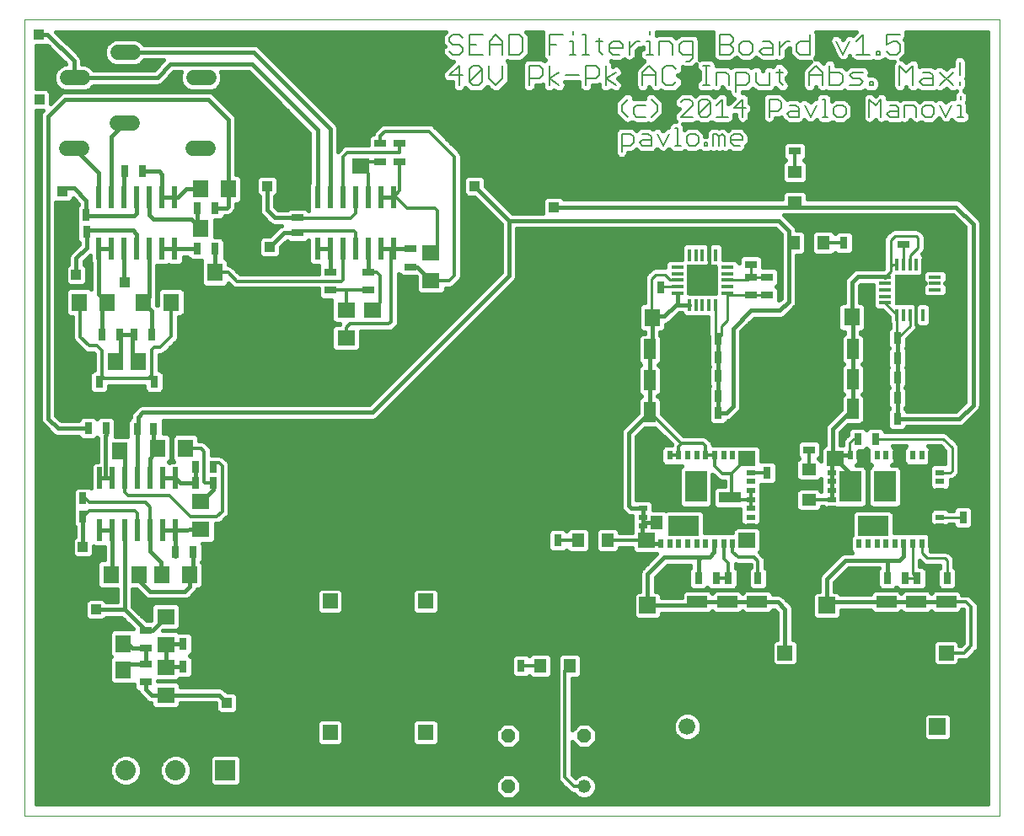
<source format=gtl>
G75*
%MOIN*%
%OFA0B0*%
%FSLAX24Y24*%
%IPPOS*%
%LPD*%
%AMOC8*
5,1,8,0,0,1.08239X$1,22.5*
%
%ADD10C,0.0000*%
%ADD11C,0.0070*%
%ADD12C,0.0060*%
%ADD13R,0.0472X0.0315*%
%ADD14R,0.0630X0.0709*%
%ADD15R,0.0709X0.0630*%
%ADD16R,0.0315X0.0472*%
%ADD17R,0.0800X0.0800*%
%ADD18C,0.0800*%
%ADD19R,0.0492X0.0140*%
%ADD20R,0.0140X0.0492*%
%ADD21R,0.1240X0.1240*%
%ADD22C,0.0660*%
%ADD23R,0.0650X0.0650*%
%ADD24C,0.0520*%
%ADD25OC8,0.0520*%
%ADD26R,0.0670X0.0630*%
%ADD27R,0.0240X0.0370*%
%ADD28R,0.0370X0.0240*%
%ADD29R,0.0886X0.0433*%
%ADD30R,0.1201X0.0803*%
%ADD31R,0.0866X0.1220*%
%ADD32R,0.0488X0.0551*%
%ADD33R,0.0787X0.0472*%
%ADD34C,0.0650*%
%ADD35R,0.0472X0.0787*%
%ADD36R,0.0551X0.0472*%
%ADD37R,0.0472X0.0551*%
%ADD38R,0.0236X0.0866*%
%ADD39C,0.0600*%
%ADD40R,0.0591X0.0591*%
%ADD41C,0.0160*%
%ADD42R,0.0396X0.0396*%
%ADD43C,0.0120*%
%ADD44R,0.0500X0.0500*%
%ADD45C,0.0100*%
D10*
X000988Y000180D02*
X000988Y031676D01*
X039571Y031676D01*
X039571Y000180D01*
X000988Y000180D01*
D11*
X029133Y028818D02*
X029133Y029608D01*
X029529Y029608D01*
X029661Y029476D01*
X029661Y029213D01*
X029529Y029081D01*
X029133Y029081D01*
X028869Y029081D02*
X028869Y029476D01*
X028737Y029608D01*
X028342Y029608D01*
X028342Y029081D01*
X028077Y029081D02*
X027814Y029081D01*
X027945Y029081D02*
X027945Y029872D01*
X027814Y029872D02*
X028077Y029872D01*
X028481Y030306D02*
X028877Y030306D01*
X029008Y030437D01*
X029008Y030569D01*
X028877Y030701D01*
X028481Y030701D01*
X028481Y030306D02*
X028481Y031096D01*
X028877Y031096D01*
X029008Y030964D01*
X029008Y030833D01*
X028877Y030701D01*
X029273Y030701D02*
X029273Y030437D01*
X029405Y030306D01*
X029669Y030306D01*
X029800Y030437D01*
X029800Y030701D01*
X029669Y030833D01*
X029405Y030833D01*
X029273Y030701D01*
X030065Y030437D02*
X030197Y030569D01*
X030592Y030569D01*
X030592Y030701D02*
X030592Y030306D01*
X030197Y030306D01*
X030065Y030437D01*
X030197Y030833D02*
X030460Y030833D01*
X030592Y030701D01*
X030857Y030833D02*
X030857Y030306D01*
X030857Y030569D02*
X031121Y030833D01*
X031252Y030833D01*
X031517Y030701D02*
X031517Y030437D01*
X031649Y030306D01*
X032044Y030306D01*
X032044Y031096D01*
X032044Y030833D02*
X031649Y030833D01*
X031517Y030701D01*
X032300Y029872D02*
X032564Y029608D01*
X032564Y029081D01*
X032829Y029081D02*
X033224Y029081D01*
X033356Y029213D01*
X033356Y029476D01*
X033224Y029608D01*
X032829Y029608D01*
X032829Y029872D02*
X032829Y029081D01*
X032564Y029476D02*
X032037Y029476D01*
X032037Y029608D02*
X032300Y029872D01*
X032037Y029608D02*
X032037Y029081D01*
X030981Y029081D02*
X030849Y029213D01*
X030849Y029740D01*
X030717Y029608D02*
X030981Y029608D01*
X030452Y029608D02*
X030452Y029081D01*
X030057Y029081D01*
X029925Y029213D01*
X029925Y029608D01*
X027425Y030174D02*
X027425Y030833D01*
X027029Y030833D01*
X026898Y030701D01*
X026898Y030437D01*
X027029Y030306D01*
X027425Y030306D01*
X027425Y030174D02*
X027293Y030042D01*
X027161Y030042D01*
X026757Y029740D02*
X026625Y029872D01*
X026362Y029872D01*
X026230Y029740D01*
X026230Y029213D01*
X026362Y029081D01*
X026625Y029081D01*
X026757Y029213D01*
X025965Y029081D02*
X025965Y029608D01*
X025702Y029872D01*
X025438Y029608D01*
X025438Y029081D01*
X025438Y029476D02*
X025965Y029476D01*
X025841Y030306D02*
X025578Y030306D01*
X025710Y030306D02*
X025710Y030833D01*
X025578Y030833D01*
X025313Y030833D02*
X025181Y030833D01*
X024918Y030569D01*
X024918Y030306D02*
X024918Y030833D01*
X024653Y030701D02*
X024653Y030569D01*
X024126Y030569D01*
X024126Y030437D02*
X024126Y030701D01*
X024258Y030833D01*
X024521Y030833D01*
X024653Y030701D01*
X024521Y030306D02*
X024258Y030306D01*
X024126Y030437D01*
X023862Y030306D02*
X023730Y030437D01*
X023730Y030964D01*
X023598Y030833D02*
X023862Y030833D01*
X023202Y031096D02*
X023202Y030306D01*
X023070Y030306D02*
X023334Y030306D01*
X022806Y030306D02*
X022542Y030306D01*
X022674Y030306D02*
X022674Y030833D01*
X022542Y030833D01*
X022674Y031096D02*
X022674Y031228D01*
X023070Y031096D02*
X023202Y031096D01*
X022278Y031096D02*
X021750Y031096D01*
X021750Y030306D01*
X021750Y030701D02*
X022014Y030701D01*
X021743Y029872D02*
X021743Y029081D01*
X021743Y029345D02*
X022138Y029608D01*
X022402Y029476D02*
X022930Y029476D01*
X023194Y029345D02*
X023590Y029345D01*
X023721Y029476D01*
X023721Y029740D01*
X023590Y029872D01*
X023194Y029872D01*
X023194Y029081D01*
X023986Y029081D02*
X023986Y029872D01*
X024382Y029608D02*
X023986Y029345D01*
X024382Y029081D01*
X026106Y030306D02*
X026106Y030833D01*
X026501Y030833D01*
X026633Y030701D01*
X026633Y030306D01*
X025710Y031096D02*
X025710Y031228D01*
X022138Y029081D02*
X021743Y029345D01*
X021478Y029476D02*
X021346Y029345D01*
X020951Y029345D01*
X020951Y029081D02*
X020951Y029872D01*
X021346Y029872D01*
X021478Y029740D01*
X021478Y029476D01*
X020562Y030306D02*
X020694Y030437D01*
X020694Y030964D01*
X020562Y031096D01*
X020167Y031096D01*
X020167Y030306D01*
X020562Y030306D01*
X019902Y030306D02*
X019902Y030833D01*
X019638Y031096D01*
X019375Y030833D01*
X019375Y030306D01*
X019110Y030306D02*
X018583Y030306D01*
X018583Y031096D01*
X019110Y031096D01*
X018846Y030701D02*
X018583Y030701D01*
X018318Y030569D02*
X018318Y030437D01*
X018186Y030306D01*
X017923Y030306D01*
X017791Y030437D01*
X017923Y030701D02*
X017791Y030833D01*
X017791Y030964D01*
X017923Y031096D01*
X018186Y031096D01*
X018318Y030964D01*
X018186Y030701D02*
X018318Y030569D01*
X018186Y030701D02*
X017923Y030701D01*
X018178Y029872D02*
X017783Y029476D01*
X018310Y029476D01*
X018575Y029213D02*
X019102Y029740D01*
X019102Y029213D01*
X018970Y029081D01*
X018707Y029081D01*
X018575Y029213D01*
X018575Y029740D01*
X018707Y029872D01*
X018970Y029872D01*
X019102Y029740D01*
X019367Y029872D02*
X019367Y029345D01*
X019630Y029081D01*
X019894Y029345D01*
X019894Y029872D01*
X019902Y030701D02*
X019375Y030701D01*
X018178Y029872D02*
X018178Y029081D01*
X033101Y030833D02*
X033364Y030306D01*
X033628Y030833D01*
X033893Y030833D02*
X034156Y031096D01*
X034156Y030306D01*
X033893Y030306D02*
X034420Y030306D01*
X034684Y030306D02*
X034816Y030306D01*
X034816Y030437D01*
X034684Y030437D01*
X034684Y030306D01*
X035080Y030437D02*
X035212Y030306D01*
X035476Y030306D01*
X035607Y030437D01*
X035607Y030701D01*
X035476Y030833D01*
X035344Y030833D01*
X035080Y030701D01*
X035080Y031096D01*
X035607Y031096D01*
X035600Y029872D02*
X035864Y029608D01*
X036127Y029872D01*
X036127Y029081D01*
X036392Y029213D02*
X036524Y029345D01*
X036919Y029345D01*
X036919Y029476D02*
X036919Y029081D01*
X036524Y029081D01*
X036392Y029213D01*
X036524Y029608D02*
X036788Y029608D01*
X036919Y029476D01*
X037184Y029608D02*
X037711Y029081D01*
X037976Y029081D02*
X037976Y029213D01*
X037976Y029476D02*
X037976Y030004D01*
X037711Y029608D02*
X037184Y029081D01*
X035600Y029081D02*
X035600Y029872D01*
X034544Y029213D02*
X034544Y029081D01*
X034413Y029081D01*
X034413Y029213D01*
X034544Y029213D01*
X034148Y029213D02*
X034016Y029345D01*
X033752Y029345D01*
X033621Y029476D01*
X033752Y029608D01*
X034148Y029608D01*
X034148Y029213D02*
X034016Y029081D01*
X033621Y029081D01*
D12*
X034406Y028535D02*
X034640Y028301D01*
X034873Y028535D01*
X034873Y027834D01*
X035106Y027951D02*
X035223Y028068D01*
X035573Y028068D01*
X035573Y028185D02*
X035573Y027834D01*
X035223Y027834D01*
X035106Y027951D01*
X035223Y028301D02*
X035456Y028301D01*
X035573Y028185D01*
X035806Y028301D02*
X035806Y027834D01*
X036273Y027834D02*
X036273Y028185D01*
X036156Y028301D01*
X035806Y028301D01*
X036505Y028185D02*
X036505Y027951D01*
X036622Y027834D01*
X036856Y027834D01*
X036972Y027951D01*
X036972Y028185D01*
X036856Y028301D01*
X036622Y028301D01*
X036505Y028185D01*
X037205Y028301D02*
X037439Y027834D01*
X037672Y028301D01*
X037905Y028301D02*
X038022Y028301D01*
X038022Y027834D01*
X037905Y027834D02*
X038139Y027834D01*
X038022Y028535D02*
X038022Y028652D01*
X034406Y028535D02*
X034406Y027834D01*
X033474Y027951D02*
X033474Y028185D01*
X033357Y028301D01*
X033123Y028301D01*
X033006Y028185D01*
X033006Y027951D01*
X033123Y027834D01*
X033357Y027834D01*
X033474Y027951D01*
X032773Y027834D02*
X032540Y027834D01*
X032657Y027834D02*
X032657Y028535D01*
X032540Y028535D01*
X032307Y028301D02*
X032074Y027834D01*
X031840Y028301D01*
X031607Y028185D02*
X031607Y027834D01*
X031257Y027834D01*
X031140Y027951D01*
X031257Y028068D01*
X031607Y028068D01*
X031607Y028185D02*
X031491Y028301D01*
X031257Y028301D01*
X030908Y028185D02*
X030908Y028418D01*
X030791Y028535D01*
X030441Y028535D01*
X030441Y027834D01*
X030441Y028068D02*
X030791Y028068D01*
X030908Y028185D01*
X029508Y028185D02*
X029041Y028185D01*
X029391Y028535D01*
X029391Y027834D01*
X028808Y027834D02*
X028341Y027834D01*
X028575Y027834D02*
X028575Y028535D01*
X028341Y028301D01*
X028108Y028418D02*
X028108Y027951D01*
X027992Y027834D01*
X027758Y027834D01*
X027641Y027951D01*
X028108Y028418D01*
X027992Y028535D01*
X027758Y028535D01*
X027641Y028418D01*
X027641Y027951D01*
X027409Y027834D02*
X026942Y027834D01*
X027409Y028301D01*
X027409Y028418D01*
X027292Y028535D01*
X027058Y028535D01*
X026942Y028418D01*
X026009Y028301D02*
X025775Y028535D01*
X025542Y028301D02*
X025192Y028301D01*
X025075Y028185D01*
X025075Y027951D01*
X025192Y027834D01*
X025542Y027834D01*
X025775Y027834D02*
X026009Y028068D01*
X026009Y028301D01*
X026008Y027161D02*
X026242Y026694D01*
X026476Y027161D01*
X026708Y027395D02*
X026825Y027395D01*
X026825Y026694D01*
X026708Y026694D02*
X026942Y026694D01*
X027175Y026811D02*
X027292Y026694D01*
X027525Y026694D01*
X027642Y026811D01*
X027642Y027045D01*
X027525Y027161D01*
X027292Y027161D01*
X027175Y027045D01*
X027175Y026811D01*
X027875Y026811D02*
X027875Y026694D01*
X027991Y026694D01*
X027991Y026811D01*
X027875Y026811D01*
X028224Y026694D02*
X028224Y027161D01*
X028341Y027161D01*
X028458Y027045D01*
X028575Y027161D01*
X028692Y027045D01*
X028692Y026694D01*
X028458Y026694D02*
X028458Y027045D01*
X028924Y027045D02*
X029041Y027161D01*
X029275Y027161D01*
X029391Y027045D01*
X029391Y026928D01*
X028924Y026928D01*
X028924Y026811D02*
X028924Y027045D01*
X028924Y026811D02*
X029041Y026694D01*
X029275Y026694D01*
X025776Y026694D02*
X025425Y026694D01*
X025309Y026811D01*
X025425Y026928D01*
X025776Y026928D01*
X025776Y027045D02*
X025776Y026694D01*
X025776Y027045D02*
X025659Y027161D01*
X025425Y027161D01*
X025076Y027045D02*
X025076Y026811D01*
X024959Y026694D01*
X024609Y026694D01*
X024609Y026461D02*
X024609Y027161D01*
X024959Y027161D01*
X025076Y027045D01*
X024842Y027834D02*
X024609Y028068D01*
X024609Y028301D01*
X024842Y028535D01*
D13*
X031461Y027188D03*
X031461Y026479D03*
X035764Y023487D03*
X035764Y022778D03*
X030366Y021491D03*
X029713Y021499D03*
X029721Y022003D03*
X029721Y022711D03*
X029713Y020790D03*
X030366Y020782D03*
X032012Y015377D03*
X032012Y014668D03*
X016240Y021904D03*
X016240Y022613D03*
X014575Y021692D03*
X014575Y020983D03*
X013075Y020983D03*
X013075Y021692D03*
X011799Y022538D03*
X011799Y023247D03*
X011799Y023845D03*
X011799Y024554D03*
X015067Y026074D03*
X015839Y026074D03*
X015839Y026782D03*
X015067Y026782D03*
X005776Y007526D03*
X005776Y006818D03*
X005776Y006192D03*
X005776Y005483D03*
D14*
X004894Y005971D03*
X004894Y006995D03*
X003791Y006995D03*
X003791Y005971D03*
X004410Y009735D03*
X005512Y009735D03*
X006410Y009731D03*
X007512Y009731D03*
X004752Y014617D03*
X003650Y014617D03*
X006256Y014727D03*
X007358Y014727D03*
X006583Y018145D03*
X005480Y018145D03*
X004602Y018149D03*
X003500Y018149D03*
X003165Y020495D03*
X004268Y020495D03*
X005693Y020495D03*
X006795Y020495D03*
X007425Y021688D03*
X008528Y021688D03*
X009075Y023432D03*
X007973Y023432D03*
X007953Y024991D03*
X009055Y024991D03*
X024721Y019904D03*
X025823Y019904D03*
X032614Y019912D03*
X033717Y019912D03*
D15*
X017071Y021369D03*
X017071Y022471D03*
X014760Y020200D03*
X013721Y020196D03*
X013721Y019093D03*
X014760Y019097D03*
X007969Y012617D03*
X007969Y011515D03*
X006587Y008074D03*
X006587Y006971D03*
X006587Y006074D03*
X006587Y004971D03*
X014299Y025881D03*
X014299Y026983D03*
D16*
X008528Y024227D03*
X007819Y024227D03*
X005669Y025676D03*
X004961Y025676D03*
X003437Y023948D03*
X003441Y023290D03*
X002732Y023290D03*
X002728Y023948D03*
X007827Y022617D03*
X008536Y022617D03*
X006016Y019239D03*
X005307Y019239D03*
X004760Y019239D03*
X004051Y019239D03*
X003945Y017357D03*
X003236Y017357D03*
X003508Y015519D03*
X004217Y015519D03*
X004748Y015503D03*
X005457Y015503D03*
X006095Y015503D03*
X006803Y015503D03*
X007740Y013999D03*
X007740Y013361D03*
X008449Y013361D03*
X008449Y013999D03*
X007662Y010617D03*
X006953Y010617D03*
X003299Y012030D03*
X002591Y012030D03*
X002587Y012743D03*
X003295Y012743D03*
X006122Y017365D03*
X006831Y017365D03*
X007256Y006987D03*
X007965Y006987D03*
X007965Y006082D03*
X007256Y006082D03*
X019925Y006125D03*
X020634Y006125D03*
X021382Y011086D03*
X022091Y011086D03*
X027642Y009589D03*
X028351Y009589D03*
X028823Y009589D03*
X029532Y009589D03*
X030004Y009589D03*
X030713Y009589D03*
X035122Y009589D03*
X035831Y009589D03*
X036303Y009589D03*
X037012Y009589D03*
X037484Y009589D03*
X038193Y009589D03*
X038114Y011991D03*
X038823Y011991D03*
X034650Y015101D03*
X033941Y015101D03*
X034807Y015889D03*
X035516Y015889D03*
X035516Y016723D03*
X034807Y016723D03*
X034807Y017542D03*
X035516Y017542D03*
X035516Y018290D03*
X034807Y018290D03*
X034807Y019078D03*
X035516Y019078D03*
X034099Y022857D03*
X033390Y022857D03*
X028429Y019046D03*
X027721Y019046D03*
X027721Y018337D03*
X028429Y018337D03*
X028429Y017589D03*
X027721Y017589D03*
X027721Y016802D03*
X027721Y016125D03*
X028429Y016125D03*
X028429Y016802D03*
X030358Y013763D03*
X031067Y013763D03*
X026142Y021093D03*
X025433Y021093D03*
D17*
X008937Y001995D03*
D18*
X006969Y001995D03*
X005000Y001995D03*
D19*
X026812Y020871D03*
X026812Y021121D03*
X026812Y021381D03*
X026812Y021641D03*
X026812Y021891D03*
X028794Y021891D03*
X028794Y021641D03*
X028794Y021381D03*
X028794Y021121D03*
X028794Y020871D03*
X035017Y020999D03*
X035017Y021259D03*
X035017Y021509D03*
X035017Y020739D03*
X035017Y020489D03*
X036999Y020489D03*
X036999Y020739D03*
X036999Y020999D03*
X036999Y021259D03*
X036999Y021509D03*
D20*
X036518Y021990D03*
X036268Y021990D03*
X036008Y021990D03*
X035748Y021990D03*
X035498Y021990D03*
X035498Y020008D03*
X035748Y020008D03*
X036008Y020008D03*
X036268Y020008D03*
X036518Y020008D03*
X028313Y020390D03*
X028063Y020390D03*
X027803Y020390D03*
X027543Y020390D03*
X027293Y020390D03*
X027293Y022372D03*
X027543Y022372D03*
X027803Y022372D03*
X028063Y022372D03*
X028313Y022372D03*
D21*
X027803Y021381D03*
X036008Y020999D03*
D22*
X034099Y003719D03*
X027205Y003719D03*
D23*
X030205Y003719D03*
X032721Y008515D03*
X037099Y003719D03*
X025634Y008515D03*
D24*
X023126Y001357D03*
D25*
X023126Y003357D03*
X020126Y003357D03*
X020126Y001357D03*
D26*
X025591Y011094D03*
X025591Y014314D03*
X029571Y014314D03*
X033071Y014314D03*
X033071Y011094D03*
X029571Y011094D03*
X037051Y011094D03*
X037051Y014314D03*
D27*
X036481Y014444D03*
X036121Y014444D03*
X035771Y014444D03*
X035411Y014444D03*
X035061Y014444D03*
X034711Y014444D03*
X034351Y014444D03*
X034001Y014444D03*
X033641Y014444D03*
X033641Y010964D03*
X034001Y010964D03*
X034351Y010964D03*
X034711Y010964D03*
X035061Y010964D03*
X035411Y010964D03*
X035771Y010964D03*
X036121Y010964D03*
X036481Y010964D03*
X029001Y010964D03*
X028641Y010964D03*
X028291Y010964D03*
X027931Y010964D03*
X027581Y010964D03*
X027231Y010964D03*
X026871Y010964D03*
X026521Y010964D03*
X026161Y010964D03*
X026161Y014444D03*
X026521Y014444D03*
X026871Y014444D03*
X027231Y014444D03*
X027581Y014444D03*
X027931Y014444D03*
X028291Y014444D03*
X028641Y014444D03*
X029001Y014444D03*
D28*
X029721Y013764D03*
X029721Y013414D03*
X029721Y013054D03*
X029721Y012704D03*
X029721Y012354D03*
X029721Y011994D03*
X029721Y011644D03*
X032921Y011644D03*
X032921Y011994D03*
X032921Y012354D03*
X032921Y012704D03*
X032921Y013054D03*
X032921Y013414D03*
X032921Y013764D03*
X037201Y013764D03*
X037201Y013414D03*
X037201Y013054D03*
X037201Y012704D03*
X037201Y012354D03*
X037201Y011994D03*
X037201Y011644D03*
X025441Y011644D03*
X025441Y011994D03*
X025441Y012354D03*
X025441Y012704D03*
X025441Y013054D03*
X025441Y013414D03*
X025441Y013764D03*
D29*
X028882Y012786D03*
X036362Y012786D03*
D30*
X034543Y011656D03*
X027063Y011656D03*
D31*
X027540Y013211D03*
X026169Y013211D03*
X033650Y013211D03*
X035020Y013211D03*
D32*
X033465Y011782D03*
X025984Y011782D03*
D33*
X027602Y008645D03*
X028784Y008645D03*
X029965Y008645D03*
X029965Y007385D03*
X028784Y007385D03*
X027602Y007385D03*
X035083Y007385D03*
X036264Y007385D03*
X037445Y007385D03*
X037445Y008645D03*
X036264Y008645D03*
X035083Y008645D03*
D34*
X032721Y007515D03*
X025634Y007515D03*
D35*
X025713Y016164D03*
X026973Y016164D03*
X026973Y017424D03*
X025713Y017424D03*
X025713Y018645D03*
X026973Y018645D03*
X032484Y018645D03*
X033744Y018645D03*
X033744Y017463D03*
X033744Y016282D03*
X032484Y016282D03*
X032484Y017463D03*
D36*
X032012Y013881D03*
X032012Y012700D03*
X031461Y024471D03*
X031461Y025652D03*
D37*
X031421Y022857D03*
X032602Y022857D03*
X024059Y011086D03*
X022878Y011086D03*
X022563Y006125D03*
X021382Y006125D03*
D38*
X006957Y011499D03*
X006457Y011499D03*
X005957Y011499D03*
X005457Y011499D03*
X004957Y011499D03*
X004457Y011499D03*
X003957Y011499D03*
X003957Y013546D03*
X004457Y013546D03*
X004957Y013546D03*
X005457Y013546D03*
X005957Y013546D03*
X006457Y013546D03*
X006957Y013546D03*
X006929Y022617D03*
X006429Y022617D03*
X005929Y022617D03*
X005429Y022617D03*
X004929Y022617D03*
X004429Y022617D03*
X003929Y022617D03*
X003929Y024664D03*
X004429Y024664D03*
X004929Y024664D03*
X005429Y024664D03*
X005929Y024664D03*
X006429Y024664D03*
X006929Y024664D03*
X012575Y024664D03*
X013075Y024664D03*
X013575Y024664D03*
X014075Y024664D03*
X014575Y024664D03*
X015075Y024664D03*
X015575Y024664D03*
X015575Y022617D03*
X015075Y022617D03*
X014575Y022617D03*
X014075Y022617D03*
X013575Y022617D03*
X013075Y022617D03*
X012575Y022617D03*
D39*
X008267Y026601D02*
X007667Y026601D01*
X005267Y027601D02*
X004667Y027601D01*
X003267Y026601D02*
X002667Y026601D01*
X002675Y029389D02*
X003275Y029389D01*
X004675Y030389D02*
X005275Y030389D01*
X007675Y029389D02*
X008275Y029389D01*
D40*
X013075Y008684D03*
X016854Y008684D03*
X016854Y003487D03*
X013075Y003487D03*
X031067Y006637D03*
X037445Y006637D03*
D41*
X037970Y006927D02*
X037970Y007027D01*
X037836Y007162D01*
X037054Y007162D01*
X036920Y007027D01*
X036920Y006246D01*
X037054Y006111D01*
X037836Y006111D01*
X037970Y006246D01*
X037970Y006347D01*
X038211Y006347D01*
X038318Y006391D01*
X038400Y006472D01*
X038675Y006748D01*
X038719Y006855D01*
X038719Y008505D01*
X038675Y008612D01*
X038594Y008694D01*
X038397Y008890D01*
X038290Y008935D01*
X038069Y008935D01*
X038069Y008976D01*
X037934Y009111D01*
X036956Y009111D01*
X036854Y009009D01*
X036753Y009111D01*
X035775Y009111D01*
X035673Y009009D01*
X035572Y009111D01*
X034594Y009111D01*
X034459Y008976D01*
X034459Y008955D01*
X033256Y008955D01*
X033141Y009070D01*
X033031Y009070D01*
X033031Y009422D01*
X033597Y009988D01*
X034802Y009988D01*
X034735Y009921D01*
X034735Y009258D01*
X034869Y009123D01*
X035375Y009123D01*
X035477Y009225D01*
X035578Y009123D01*
X036556Y009123D01*
X036691Y009258D01*
X036691Y009921D01*
X036556Y010056D01*
X036401Y010056D01*
X036401Y010277D01*
X036460Y010218D01*
X036538Y010139D01*
X036641Y010097D01*
X037204Y010097D01*
X037204Y010028D01*
X037097Y009921D01*
X037097Y009258D01*
X037232Y009123D01*
X037737Y009123D01*
X037872Y009258D01*
X037872Y009921D01*
X037764Y010028D01*
X037764Y010354D01*
X037722Y010457D01*
X037643Y010535D01*
X037564Y010614D01*
X037461Y010657D01*
X036813Y010657D01*
X036809Y010661D01*
X036831Y010684D01*
X036831Y011244D01*
X036697Y011379D01*
X035374Y011379D01*
X035374Y012153D01*
X035239Y012288D01*
X033848Y012288D01*
X033713Y012153D01*
X033713Y011306D01*
X033651Y011244D01*
X033651Y010684D01*
X033727Y010608D01*
X033407Y010608D01*
X033293Y010561D01*
X033206Y010474D01*
X032458Y009726D01*
X032411Y009612D01*
X032411Y009070D01*
X032300Y009070D01*
X032166Y008935D01*
X032166Y008094D01*
X032300Y007960D01*
X033141Y007960D01*
X033276Y008094D01*
X033276Y008335D01*
X034459Y008335D01*
X034459Y008313D01*
X034594Y008178D01*
X035572Y008178D01*
X035673Y008280D01*
X035775Y008178D01*
X036753Y008178D01*
X036854Y008280D01*
X036956Y008178D01*
X037934Y008178D01*
X038069Y008313D01*
X038069Y008355D01*
X038112Y008355D01*
X038139Y008328D01*
X038139Y007032D01*
X038034Y006927D01*
X037970Y006927D01*
X037970Y006996D02*
X038102Y006996D01*
X038139Y007154D02*
X037844Y007154D01*
X038139Y007313D02*
X031377Y007313D01*
X031377Y007162D02*
X031377Y008431D01*
X031330Y008545D01*
X031054Y008820D01*
X030967Y008907D01*
X030853Y008955D01*
X030588Y008955D01*
X030588Y008976D01*
X030454Y009111D01*
X029476Y009111D01*
X029374Y009009D01*
X029273Y009111D01*
X028295Y009111D01*
X028193Y009009D01*
X028091Y009111D01*
X027114Y009111D01*
X026979Y008976D01*
X026979Y008825D01*
X026189Y008825D01*
X026189Y008935D01*
X026054Y009070D01*
X025944Y009070D01*
X025944Y009619D01*
X026432Y010106D01*
X027332Y010106D01*
X027332Y009998D01*
X027254Y009921D01*
X027254Y009258D01*
X027389Y009123D01*
X027895Y009123D01*
X027996Y009225D01*
X028098Y009123D01*
X029076Y009123D01*
X029210Y009258D01*
X029210Y009921D01*
X029113Y010018D01*
X029113Y010145D01*
X029159Y010126D01*
X029714Y010126D01*
X029714Y010018D01*
X029617Y009921D01*
X029617Y009258D01*
X029751Y009123D01*
X030257Y009123D01*
X030392Y009258D01*
X030392Y009921D01*
X030294Y010018D01*
X030294Y010316D01*
X030250Y010423D01*
X030168Y010505D01*
X030063Y010610D01*
X030136Y010684D01*
X030136Y011504D01*
X030001Y011639D01*
X029141Y011639D01*
X029006Y011504D01*
X029006Y011379D01*
X027894Y011379D01*
X027894Y012153D01*
X027759Y012288D01*
X026367Y012288D01*
X026346Y012266D01*
X026324Y012288D01*
X025856Y012288D01*
X025856Y012569D01*
X025721Y012704D01*
X025196Y012704D01*
X025196Y015209D01*
X025527Y015541D01*
X025926Y015541D01*
X026588Y014879D01*
X026580Y014860D01*
X026580Y014859D01*
X026306Y014859D01*
X026171Y014724D01*
X026171Y014164D01*
X026306Y014029D01*
X026988Y014029D01*
X026876Y013917D01*
X026876Y012506D01*
X027011Y012371D01*
X028068Y012371D01*
X028203Y012506D01*
X028203Y013701D01*
X028426Y013477D01*
X028533Y013433D01*
X028683Y013433D01*
X028683Y013233D01*
X028344Y013233D01*
X028209Y013098D01*
X028209Y012474D01*
X028344Y012340D01*
X029306Y012340D01*
X029306Y011779D01*
X029441Y011644D01*
X030001Y011644D01*
X030136Y011779D01*
X030136Y013296D01*
X030611Y013296D01*
X030746Y013431D01*
X030746Y014094D01*
X030611Y014229D01*
X030136Y014229D01*
X030136Y014724D01*
X030001Y014859D01*
X028221Y014859D01*
X028221Y014874D01*
X028177Y014980D01*
X028065Y015092D01*
X027983Y015174D01*
X027877Y015218D01*
X027069Y015218D01*
X026179Y016108D01*
X026179Y016653D01*
X026044Y016788D01*
X026023Y016788D01*
X026023Y016800D01*
X026044Y016800D01*
X026179Y016935D01*
X026179Y017199D01*
X026185Y017254D01*
X026179Y017276D01*
X026179Y017913D01*
X026058Y018034D01*
X026179Y018156D01*
X026179Y019134D01*
X026133Y019180D01*
X026133Y019320D01*
X026233Y019320D01*
X026368Y019455D01*
X026368Y019635D01*
X026479Y019681D01*
X026878Y020080D01*
X026993Y020080D01*
X026993Y020048D01*
X027128Y019914D01*
X028033Y019914D01*
X028033Y019255D01*
X028028Y019229D01*
X028033Y019200D01*
X026133Y019200D01*
X026179Y019042D02*
X028042Y019042D01*
X028042Y019149D02*
X028042Y018715D01*
X028065Y018692D01*
X028042Y018669D01*
X028042Y018006D01*
X028084Y017963D01*
X028042Y017921D01*
X028042Y017258D01*
X028104Y017196D01*
X028042Y017134D01*
X028042Y016471D01*
X028049Y016463D01*
X028042Y016456D01*
X028042Y015793D01*
X028177Y015659D01*
X028682Y015659D01*
X028817Y015793D01*
X028817Y015819D01*
X028920Y015862D01*
X029195Y016138D01*
X029283Y016225D01*
X029330Y016339D01*
X029330Y019343D01*
X029857Y019870D01*
X030932Y019870D01*
X031046Y019917D01*
X031400Y020272D01*
X031487Y020359D01*
X031535Y020473D01*
X031535Y022352D01*
X031753Y022352D01*
X031888Y022486D01*
X031888Y023228D01*
X031753Y023363D01*
X031535Y023363D01*
X031535Y023391D01*
X031487Y023505D01*
X031094Y023899D01*
X031028Y023964D01*
X037710Y023964D01*
X038198Y023477D01*
X038198Y016568D01*
X037828Y016199D01*
X035903Y016199D01*
X035903Y016220D01*
X035826Y016298D01*
X035826Y016314D01*
X035903Y016392D01*
X035903Y017055D01*
X035826Y017132D01*
X035826Y017133D01*
X035903Y017211D01*
X035903Y017874D01*
X035861Y017916D01*
X035903Y017959D01*
X035903Y018622D01*
X035841Y018684D01*
X035903Y018746D01*
X035903Y019069D01*
X036245Y019411D01*
X036288Y019514D01*
X036288Y019596D01*
X036353Y019532D01*
X036683Y019532D01*
X036818Y019666D01*
X036818Y020349D01*
X036683Y020484D01*
X036353Y020484D01*
X036263Y020394D01*
X036173Y020484D01*
X035493Y020484D01*
X035493Y021514D01*
X036433Y021514D01*
X036523Y021604D01*
X036523Y021344D01*
X036613Y021254D01*
X036523Y021164D01*
X036523Y020834D01*
X036658Y020699D01*
X037341Y020699D01*
X037475Y020834D01*
X037475Y021164D01*
X037386Y021254D01*
X037475Y021344D01*
X037475Y021674D01*
X037341Y021809D01*
X036658Y021809D01*
X036568Y021719D01*
X036568Y022331D01*
X036480Y022420D01*
X036494Y022433D01*
X036497Y022435D01*
X036534Y022472D01*
X036572Y022508D01*
X036574Y022511D01*
X036576Y022514D01*
X036596Y022562D01*
X036617Y022610D01*
X036617Y022613D01*
X036619Y022616D01*
X036619Y022669D01*
X036620Y022721D01*
X036619Y022724D01*
X036619Y023029D01*
X036624Y023052D01*
X036619Y023085D01*
X036619Y023118D01*
X036610Y023139D01*
X036606Y023162D01*
X036589Y023190D01*
X036576Y023220D01*
X036560Y023237D01*
X036548Y023257D01*
X036521Y023276D01*
X036497Y023299D01*
X036476Y023308D01*
X036422Y023347D01*
X036399Y023370D01*
X036377Y023379D01*
X036359Y023393D01*
X036327Y023400D01*
X036296Y023413D01*
X036273Y023413D01*
X036250Y023418D01*
X036218Y023413D01*
X035415Y023413D01*
X035364Y023415D01*
X035359Y023413D01*
X035354Y023413D01*
X035307Y023393D01*
X035260Y023376D01*
X035256Y023372D01*
X035251Y023370D01*
X035215Y023334D01*
X035087Y023215D01*
X035082Y023213D01*
X035046Y023177D01*
X035009Y023142D01*
X035007Y023138D01*
X035003Y023134D01*
X034984Y023087D01*
X034962Y023041D01*
X034962Y023036D01*
X034960Y023031D01*
X034960Y022980D01*
X034958Y022930D01*
X034960Y022925D01*
X034960Y021848D01*
X034941Y021829D01*
X033879Y021829D01*
X033765Y021781D01*
X033678Y021694D01*
X033454Y021470D01*
X033407Y021356D01*
X033407Y020497D01*
X033306Y020497D01*
X033172Y020362D01*
X033172Y019463D01*
X033306Y019328D01*
X033434Y019328D01*
X033434Y019268D01*
X033413Y019268D01*
X033278Y019134D01*
X033278Y018156D01*
X033380Y018054D01*
X033278Y017952D01*
X033278Y016974D01*
X033380Y016873D01*
X033278Y016771D01*
X033278Y016255D01*
X032694Y015671D01*
X032647Y015557D01*
X032647Y014859D01*
X032641Y014859D01*
X032506Y014724D01*
X032506Y014223D01*
X032396Y014334D01*
X032478Y014415D01*
X032478Y014921D01*
X032343Y015056D01*
X031680Y015056D01*
X031546Y014921D01*
X031546Y014415D01*
X031628Y014334D01*
X031506Y014212D01*
X031506Y013549D01*
X031641Y013415D01*
X032383Y013415D01*
X032506Y013538D01*
X032506Y013042D01*
X032383Y013166D01*
X031641Y013166D01*
X031506Y013031D01*
X031506Y012368D01*
X031641Y012233D01*
X032383Y012233D01*
X032518Y012368D01*
X032518Y012414D01*
X032581Y012414D01*
X032641Y012354D01*
X033202Y012354D01*
X033219Y012371D01*
X034178Y012371D01*
X034313Y012506D01*
X034313Y013917D01*
X034178Y014052D01*
X033879Y014052D01*
X033991Y014164D01*
X033991Y014635D01*
X034194Y014635D01*
X034295Y014737D01*
X034361Y014671D01*
X034361Y014164D01*
X034482Y014043D01*
X034357Y013917D01*
X034357Y012506D01*
X034491Y012371D01*
X035548Y012371D01*
X035683Y012506D01*
X035683Y013917D01*
X035548Y014052D01*
X035299Y014052D01*
X035411Y014164D01*
X035411Y014724D01*
X035314Y014821D01*
X035868Y014821D01*
X035771Y014724D01*
X035771Y014164D01*
X035906Y014029D01*
X036697Y014029D01*
X036831Y014164D01*
X036831Y014724D01*
X036734Y014821D01*
X037211Y014821D01*
X037401Y014631D01*
X037401Y014114D01*
X036921Y014114D01*
X036786Y013979D01*
X036786Y013199D01*
X036921Y013064D01*
X037482Y013064D01*
X037616Y013199D01*
X037616Y013483D01*
X037658Y013483D01*
X037761Y013525D01*
X037840Y013604D01*
X037919Y013683D01*
X037961Y013786D01*
X037961Y014803D01*
X037919Y014906D01*
X037840Y014984D01*
X037486Y015339D01*
X037383Y015381D01*
X035037Y015381D01*
X035037Y015433D01*
X034902Y015567D01*
X034397Y015567D01*
X034295Y015466D01*
X034194Y015567D01*
X033688Y015567D01*
X033554Y015433D01*
X033554Y015267D01*
X033468Y015181D01*
X033389Y015102D01*
X033346Y014999D01*
X033346Y014859D01*
X033267Y014859D01*
X033267Y015367D01*
X033559Y015659D01*
X034076Y015659D01*
X034210Y015793D01*
X034210Y016771D01*
X034109Y016873D01*
X034210Y016974D01*
X034210Y017952D01*
X034109Y018054D01*
X034210Y018156D01*
X034210Y019134D01*
X034076Y019268D01*
X034054Y019268D01*
X034054Y019328D01*
X034127Y019328D01*
X034262Y019463D01*
X034262Y020362D01*
X034127Y020497D01*
X034027Y020497D01*
X034027Y021166D01*
X034069Y021209D01*
X034541Y021209D01*
X034541Y020324D01*
X034675Y020189D01*
X034921Y020189D01*
X035198Y019912D01*
X035198Y019666D01*
X035218Y019646D01*
X035218Y019499D01*
X035128Y019409D01*
X035128Y018746D01*
X035191Y018684D01*
X035128Y018622D01*
X035128Y017959D01*
X035171Y017916D01*
X035128Y017874D01*
X035128Y017211D01*
X035206Y017133D01*
X035206Y017132D01*
X035128Y017055D01*
X035128Y016392D01*
X035206Y016314D01*
X035206Y016298D01*
X035128Y016220D01*
X035128Y015557D01*
X035263Y015422D01*
X035769Y015422D01*
X035903Y015557D01*
X035903Y015579D01*
X038018Y015579D01*
X038132Y015626D01*
X038684Y016177D01*
X038771Y016264D01*
X038818Y016378D01*
X038818Y023667D01*
X038771Y023781D01*
X038102Y024450D01*
X038014Y024537D01*
X037900Y024584D01*
X031966Y024584D01*
X031966Y024803D01*
X031832Y024938D01*
X031090Y024938D01*
X030955Y024803D01*
X030955Y024584D01*
X022313Y024584D01*
X022215Y024683D01*
X021628Y024683D01*
X021493Y024548D01*
X021493Y024033D01*
X020290Y024033D01*
X019224Y025100D01*
X019224Y025383D01*
X019089Y025518D01*
X018502Y025518D01*
X018367Y025383D01*
X018367Y024796D01*
X018502Y024661D01*
X018785Y024661D01*
X019848Y023599D01*
X019848Y021686D01*
X014616Y016455D01*
X005612Y016455D01*
X005498Y016407D01*
X005411Y016320D01*
X005325Y016234D01*
X005325Y016234D01*
X005237Y016147D01*
X005190Y016033D01*
X005190Y015955D01*
X005069Y015834D01*
X005069Y015201D01*
X004604Y015201D01*
X004604Y015850D01*
X004469Y015985D01*
X003964Y015985D01*
X003862Y015883D01*
X003761Y015985D01*
X003255Y015985D01*
X003121Y015850D01*
X003121Y015829D01*
X002443Y015829D01*
X002235Y016037D01*
X002235Y024453D01*
X002778Y024453D01*
X002912Y024587D01*
X002912Y024617D01*
X003127Y024402D01*
X003127Y024357D01*
X003050Y024279D01*
X003050Y023616D01*
X003054Y023612D01*
X003054Y022959D01*
X003151Y022862D01*
X003151Y022797D01*
X002860Y022506D01*
X002773Y022419D01*
X002726Y022305D01*
X002726Y022001D01*
X002607Y021883D01*
X002607Y021296D01*
X002742Y021161D01*
X003329Y021161D01*
X003464Y021296D01*
X003464Y021883D01*
X003346Y022001D01*
X003346Y022115D01*
X003581Y022350D01*
X003581Y022089D01*
X003619Y022051D01*
X003619Y021036D01*
X003576Y021079D01*
X002755Y021079D01*
X002621Y020945D01*
X002621Y020045D01*
X002755Y019911D01*
X002895Y019911D01*
X002895Y019075D01*
X002939Y018968D01*
X003021Y018887D01*
X003375Y018533D01*
X003482Y018488D01*
X003734Y018488D01*
X003761Y018461D01*
X003761Y017823D01*
X003692Y017823D01*
X003558Y017689D01*
X003558Y017026D01*
X003692Y016891D01*
X004198Y016891D01*
X004332Y017026D01*
X004332Y017189D01*
X005735Y017189D01*
X005735Y017034D01*
X005869Y016899D01*
X006375Y016899D01*
X006510Y017034D01*
X006510Y017697D01*
X006375Y017831D01*
X006310Y017831D01*
X006310Y018437D01*
X006420Y018437D01*
X006527Y018481D01*
X006608Y018563D01*
X007041Y018996D01*
X007085Y019103D01*
X007085Y019911D01*
X007206Y019911D01*
X007340Y020045D01*
X007340Y020945D01*
X007206Y021079D01*
X006385Y021079D01*
X006250Y020945D01*
X006250Y020376D01*
X006238Y020388D01*
X006238Y020666D01*
X006239Y020670D01*
X006239Y021954D01*
X006643Y021954D01*
X006679Y021991D01*
X006716Y021954D01*
X007143Y021954D01*
X007277Y022089D01*
X007277Y022307D01*
X007439Y022307D01*
X007439Y022286D01*
X007574Y022151D01*
X007996Y022151D01*
X007983Y022137D01*
X007983Y021238D01*
X008117Y021104D01*
X008938Y021104D01*
X009073Y021238D01*
X009073Y021245D01*
X009226Y021092D01*
X009332Y021047D01*
X012609Y021047D01*
X012609Y020730D01*
X012743Y020596D01*
X013136Y020596D01*
X013136Y019786D01*
X013271Y019651D01*
X013468Y019651D01*
X013463Y019638D01*
X013271Y019638D01*
X013136Y019504D01*
X013136Y018683D01*
X013271Y018548D01*
X014170Y018548D01*
X014305Y018683D01*
X014305Y019355D01*
X015463Y019355D01*
X015570Y019399D01*
X015664Y019493D01*
X015746Y019575D01*
X015790Y019681D01*
X015790Y021636D01*
X015909Y021517D01*
X016485Y021517D01*
X016487Y021515D01*
X016487Y020959D01*
X016621Y020824D01*
X017521Y020824D01*
X017655Y020959D01*
X017655Y021067D01*
X017833Y021067D01*
X017940Y021111D01*
X018022Y021193D01*
X018238Y021409D01*
X018282Y021516D01*
X018282Y026328D01*
X018238Y026435D01*
X018157Y026516D01*
X017157Y027516D01*
X017050Y027561D01*
X015183Y027561D01*
X015076Y027516D01*
X014994Y027435D01*
X014821Y027262D01*
X014783Y027170D01*
X014736Y027170D01*
X014601Y027035D01*
X014601Y026722D01*
X013694Y026722D01*
X013588Y026678D01*
X013411Y026501D01*
X013411Y026501D01*
X013385Y026475D01*
X013385Y027435D01*
X013338Y027549D01*
X010322Y030564D01*
X010235Y030651D01*
X010121Y030699D01*
X005714Y030699D01*
X005575Y030838D01*
X005380Y030919D01*
X004569Y030919D01*
X004374Y030838D01*
X004225Y030689D01*
X004145Y030494D01*
X004145Y030283D01*
X004225Y030088D01*
X004374Y029939D01*
X004569Y029859D01*
X005380Y029859D01*
X005575Y029939D01*
X005714Y030079D01*
X006487Y030079D01*
X006120Y029695D01*
X003718Y029695D01*
X003575Y029838D01*
X003380Y029919D01*
X003251Y029919D01*
X003251Y030112D01*
X003204Y030226D01*
X003117Y030313D01*
X002233Y031196D01*
X017648Y031196D01*
X017641Y031189D01*
X017566Y031115D01*
X017526Y031017D01*
X017526Y030780D01*
X017566Y030683D01*
X017614Y030635D01*
X017566Y030587D01*
X017526Y030490D01*
X017526Y030385D01*
X017566Y030287D01*
X017773Y030081D01*
X017870Y030041D01*
X017972Y030041D01*
X017954Y030022D01*
X017954Y030022D01*
X017633Y029701D01*
X017559Y029627D01*
X017518Y029529D01*
X017518Y029424D01*
X017559Y029326D01*
X017633Y029252D01*
X017730Y029211D01*
X017913Y029211D01*
X017913Y029028D01*
X017954Y028931D01*
X018028Y028856D01*
X018126Y028816D01*
X018231Y028816D01*
X018329Y028856D01*
X018403Y028931D01*
X018426Y028987D01*
X018557Y028856D01*
X018654Y028816D01*
X019023Y028816D01*
X019120Y028856D01*
X019195Y028931D01*
X019300Y029036D01*
X019406Y028931D01*
X019480Y028856D01*
X019578Y028816D01*
X019683Y028816D01*
X019781Y028856D01*
X020044Y029120D01*
X020119Y029195D01*
X020159Y029292D01*
X020159Y029925D01*
X020119Y030022D01*
X020090Y030050D01*
X020114Y030041D01*
X020615Y030041D01*
X020712Y030081D01*
X020844Y030213D01*
X020918Y030287D01*
X020959Y030385D01*
X020959Y031017D01*
X020918Y031115D01*
X020837Y031196D01*
X021505Y031196D01*
X021485Y031149D01*
X021485Y030253D01*
X021526Y030155D01*
X021589Y030093D01*
X021544Y030048D01*
X021496Y030096D01*
X021399Y030137D01*
X020898Y030137D01*
X020801Y030096D01*
X020726Y030022D01*
X020686Y029925D01*
X020686Y029028D01*
X020726Y028931D01*
X020801Y028856D01*
X020898Y028816D01*
X021003Y028816D01*
X021101Y028856D01*
X021175Y028931D01*
X021216Y029028D01*
X021216Y029080D01*
X021399Y029080D01*
X021478Y029112D01*
X021478Y029028D01*
X021518Y028931D01*
X021592Y028856D01*
X021690Y028816D01*
X021795Y028816D01*
X021893Y028856D01*
X021934Y028898D01*
X022035Y028831D01*
X022138Y028811D01*
X022242Y028832D01*
X022329Y028890D01*
X022388Y028978D01*
X022408Y029081D01*
X022387Y029185D01*
X022370Y029211D01*
X022929Y029211D01*
X022929Y029028D01*
X022970Y028931D01*
X023044Y028856D01*
X023142Y028816D01*
X023247Y028816D01*
X023344Y028856D01*
X023419Y028931D01*
X023459Y029028D01*
X023459Y029080D01*
X023642Y029080D01*
X023721Y029112D01*
X023721Y029028D01*
X023762Y028931D01*
X023836Y028856D01*
X023933Y028816D01*
X024039Y028816D01*
X024136Y028856D01*
X024178Y028898D01*
X024278Y028831D01*
X024382Y028811D01*
X024485Y028832D01*
X024573Y028890D01*
X024631Y028978D01*
X024652Y029081D01*
X024631Y029185D01*
X024572Y029272D01*
X024464Y029345D01*
X024572Y029417D01*
X024631Y029505D01*
X024652Y029608D01*
X024631Y029711D01*
X024573Y029799D01*
X024485Y029858D01*
X024382Y029878D01*
X024278Y029858D01*
X024251Y029840D01*
X024251Y029925D01*
X024211Y030022D01*
X024183Y030050D01*
X024205Y030041D01*
X024574Y030041D01*
X024671Y030081D01*
X024720Y030129D01*
X024768Y030081D01*
X024865Y030041D01*
X024971Y030041D01*
X025068Y030081D01*
X025143Y030155D01*
X025183Y030253D01*
X025183Y030459D01*
X025291Y030568D01*
X025366Y030568D01*
X025445Y030600D01*
X025445Y030537D01*
X025428Y030530D01*
X025353Y030456D01*
X025313Y030358D01*
X025313Y030253D01*
X025353Y030155D01*
X025428Y030081D01*
X025504Y030049D01*
X025477Y030022D01*
X025213Y029758D01*
X025212Y029756D01*
X025173Y029661D01*
X024641Y029661D01*
X024630Y029503D02*
X025173Y029503D01*
X025173Y029661D02*
X025173Y029028D01*
X025213Y028931D01*
X025288Y028856D01*
X025385Y028816D01*
X025491Y028816D01*
X025588Y028856D01*
X025663Y028931D01*
X025702Y029025D01*
X025740Y028931D01*
X025815Y028856D01*
X025912Y028816D01*
X026018Y028816D01*
X026115Y028856D01*
X026163Y028905D01*
X026212Y028856D01*
X026309Y028816D01*
X026678Y028816D01*
X026775Y028856D01*
X026982Y029063D01*
X027022Y029160D01*
X027022Y029266D01*
X026982Y029363D01*
X026907Y029438D01*
X026813Y029476D01*
X026907Y029515D01*
X026982Y029590D01*
X027022Y029687D01*
X027022Y029793D01*
X027012Y029817D01*
X027108Y029777D01*
X027346Y029777D01*
X027443Y029817D01*
X027549Y029923D01*
X027549Y029819D01*
X027589Y029722D01*
X027663Y029647D01*
X027680Y029640D01*
X027680Y029313D01*
X027663Y029306D01*
X027589Y029231D01*
X027549Y029134D01*
X027549Y029028D01*
X027589Y028931D01*
X027663Y028856D01*
X027761Y028816D01*
X028130Y028816D01*
X028209Y028849D01*
X028289Y028816D01*
X028394Y028816D01*
X028492Y028856D01*
X028566Y028931D01*
X028605Y029025D01*
X028644Y028931D01*
X028719Y028856D01*
X028816Y028816D01*
X028868Y028816D01*
X028868Y028765D01*
X028909Y028667D01*
X028983Y028593D01*
X029053Y028564D01*
X028894Y028405D01*
X028835Y028346D01*
X028835Y028587D01*
X028795Y028682D01*
X028722Y028755D01*
X028626Y028795D01*
X028523Y028795D01*
X028427Y028755D01*
X028283Y028611D01*
X028256Y028638D01*
X028139Y028755D01*
X028043Y028795D01*
X027706Y028795D01*
X027611Y028755D01*
X027525Y028669D01*
X027512Y028682D01*
X027439Y028755D01*
X027344Y028795D01*
X027007Y028795D01*
X026911Y028755D01*
X026721Y028565D01*
X026682Y028470D01*
X026682Y028366D01*
X026721Y028271D01*
X026794Y028198D01*
X026890Y028158D01*
X026898Y028158D01*
X026721Y027982D01*
X026682Y027886D01*
X026682Y027783D01*
X026721Y027687D01*
X026753Y027655D01*
X026657Y027655D01*
X026561Y027615D01*
X026488Y027542D01*
X026448Y027447D01*
X026448Y027424D01*
X026442Y027424D01*
X026344Y027392D01*
X026266Y027324D01*
X026242Y027276D01*
X026218Y027324D01*
X026140Y027392D01*
X026042Y027424D01*
X025938Y027417D01*
X025846Y027371D01*
X025833Y027355D01*
X025806Y027382D01*
X025711Y027421D01*
X025374Y027421D01*
X025278Y027382D01*
X025205Y027309D01*
X025198Y027291D01*
X025106Y027382D01*
X025011Y027421D01*
X024557Y027421D01*
X024462Y027382D01*
X024388Y027309D01*
X024349Y027213D01*
X024349Y026409D01*
X024388Y026313D01*
X024462Y026240D01*
X024557Y026201D01*
X024661Y026201D01*
X024756Y026240D01*
X024829Y026313D01*
X024869Y026409D01*
X024869Y026434D01*
X025011Y026434D01*
X025068Y026458D01*
X025106Y026474D01*
X025108Y026475D01*
X025192Y026560D01*
X025278Y026474D01*
X025374Y026434D01*
X025827Y026434D01*
X025923Y026474D01*
X025996Y026547D01*
X026008Y026575D01*
X026012Y026563D01*
X026024Y026549D01*
X026033Y026532D01*
X026058Y026510D01*
X026079Y026485D01*
X026096Y026476D01*
X026111Y026464D01*
X026142Y026453D01*
X026172Y026439D01*
X026191Y026437D01*
X026209Y026431D01*
X026242Y026434D01*
X026275Y026431D01*
X026293Y026437D01*
X026312Y026439D01*
X026342Y026453D01*
X026373Y026464D01*
X026388Y026476D01*
X026405Y026485D01*
X026426Y026510D01*
X026451Y026532D01*
X026460Y026549D01*
X026472Y026563D01*
X026476Y026575D01*
X026488Y026547D01*
X026561Y026474D01*
X026657Y026434D01*
X026994Y026434D01*
X027089Y026474D01*
X027117Y026501D01*
X027144Y026474D01*
X027240Y026434D01*
X027577Y026434D01*
X027632Y026457D01*
X027672Y026474D01*
X027700Y026501D01*
X027727Y026474D01*
X027823Y026434D01*
X028043Y026434D01*
X028108Y026461D01*
X028173Y026434D01*
X028276Y026434D01*
X028341Y026461D01*
X028406Y026434D01*
X028510Y026434D01*
X028575Y026461D01*
X028640Y026434D01*
X028743Y026434D01*
X028839Y026474D01*
X028866Y026501D01*
X028894Y026474D01*
X028989Y026434D01*
X029326Y026434D01*
X029422Y026474D01*
X029495Y026547D01*
X029535Y026643D01*
X029535Y026706D01*
X029539Y026707D01*
X029612Y026781D01*
X029651Y026876D01*
X029651Y027096D01*
X029612Y027192D01*
X029539Y027265D01*
X029422Y027382D01*
X029326Y027421D01*
X028989Y027421D01*
X028894Y027382D01*
X028808Y027296D01*
X028722Y027382D01*
X028627Y027421D01*
X028523Y027421D01*
X028458Y027394D01*
X028393Y027421D01*
X028173Y027421D01*
X028077Y027382D01*
X028004Y027309D01*
X027964Y027213D01*
X027964Y027071D01*
X027902Y027071D01*
X027902Y027096D01*
X027862Y027192D01*
X027746Y027309D01*
X027672Y027382D01*
X027577Y027421D01*
X027240Y027421D01*
X027144Y027382D01*
X027085Y027322D01*
X027085Y027447D01*
X027045Y027542D01*
X027013Y027574D01*
X027460Y027574D01*
X027556Y027614D01*
X027583Y027641D01*
X027611Y027614D01*
X027706Y027574D01*
X028043Y027574D01*
X028100Y027598D01*
X028139Y027614D01*
X028140Y027615D01*
X028166Y027641D01*
X028194Y027614D01*
X028289Y027574D01*
X028860Y027574D01*
X028955Y027614D01*
X029029Y027687D01*
X029068Y027783D01*
X029068Y027886D01*
X029052Y027925D01*
X029131Y027925D01*
X029131Y027783D01*
X029171Y027687D01*
X029244Y027614D01*
X029339Y027574D01*
X029443Y027574D01*
X029538Y027614D01*
X029612Y027687D01*
X029651Y027783D01*
X029651Y027962D01*
X029655Y027964D01*
X029728Y028037D01*
X029768Y028133D01*
X029768Y028236D01*
X029728Y028332D01*
X029655Y028405D01*
X029651Y028407D01*
X029651Y028587D01*
X029612Y028682D01*
X029538Y028755D01*
X029443Y028795D01*
X029398Y028795D01*
X029398Y028816D01*
X029581Y028816D01*
X029679Y028856D01*
X029793Y028971D01*
X029832Y028931D01*
X029907Y028856D01*
X030004Y028816D01*
X030505Y028816D01*
X030602Y028856D01*
X030677Y028931D01*
X030700Y028987D01*
X030831Y028856D01*
X030928Y028816D01*
X031033Y028816D01*
X031131Y028856D01*
X031205Y028931D01*
X031246Y029028D01*
X031246Y029134D01*
X031205Y029231D01*
X031114Y029323D01*
X031114Y029377D01*
X031131Y029384D01*
X031205Y029458D01*
X031246Y029556D01*
X031246Y029661D01*
X031205Y029758D01*
X031131Y029833D01*
X031090Y029850D01*
X031074Y029890D01*
X030999Y029965D01*
X030902Y030005D01*
X030796Y030005D01*
X030699Y029965D01*
X030624Y029890D01*
X030607Y029850D01*
X030585Y029840D01*
X030505Y029873D01*
X030400Y029873D01*
X030302Y029833D01*
X030228Y029758D01*
X030189Y029664D01*
X030150Y029758D01*
X030075Y029833D01*
X029978Y029873D01*
X029873Y029873D01*
X029775Y029833D01*
X029727Y029785D01*
X029679Y029833D01*
X029581Y029873D01*
X029081Y029873D01*
X028983Y029833D01*
X028935Y029785D01*
X028887Y029833D01*
X028790Y029873D01*
X028342Y029873D01*
X028342Y029925D01*
X028302Y030022D01*
X028227Y030096D01*
X028130Y030137D01*
X027761Y030137D01*
X027683Y030105D01*
X027690Y030121D01*
X027690Y030885D01*
X027649Y030983D01*
X027575Y031057D01*
X027477Y031098D01*
X026977Y031098D01*
X026879Y031057D01*
X026765Y030943D01*
X026651Y031057D01*
X026554Y031098D01*
X026053Y031098D01*
X025975Y031065D01*
X025975Y031196D01*
X028236Y031196D01*
X028216Y031149D01*
X028216Y030253D01*
X028257Y030155D01*
X028331Y030081D01*
X028429Y030041D01*
X028929Y030041D01*
X029027Y030081D01*
X029101Y030155D01*
X029141Y030195D01*
X029255Y030081D01*
X029352Y030041D01*
X029721Y030041D01*
X029819Y030081D01*
X029933Y030195D01*
X030047Y030081D01*
X030144Y030041D01*
X030645Y030041D01*
X030725Y030074D01*
X030804Y030041D01*
X030910Y030041D01*
X031007Y030081D01*
X031082Y030155D01*
X031122Y030253D01*
X031122Y030459D01*
X031230Y030568D01*
X031252Y030568D01*
X031252Y030385D01*
X031292Y030287D01*
X031367Y030213D01*
X031499Y030081D01*
X031596Y030041D01*
X032094Y030041D01*
X032076Y030022D01*
X031812Y029758D01*
X031811Y029756D01*
X031772Y029661D01*
X031246Y029661D01*
X031224Y029503D02*
X031772Y029503D01*
X031772Y029661D02*
X031772Y029028D01*
X031812Y028931D01*
X031887Y028856D01*
X031984Y028816D01*
X032090Y028816D01*
X032187Y028856D01*
X032262Y028931D01*
X032300Y029025D01*
X032339Y028931D01*
X032414Y028856D01*
X032511Y028816D01*
X032617Y028816D01*
X032696Y028849D01*
X032776Y028816D01*
X033277Y028816D01*
X033374Y028856D01*
X033422Y028905D01*
X033471Y028856D01*
X033568Y028816D01*
X034069Y028816D01*
X034166Y028856D01*
X034214Y028905D01*
X034262Y028856D01*
X034360Y028816D01*
X034597Y028816D01*
X034694Y028856D01*
X034769Y028931D01*
X034809Y029028D01*
X034809Y029266D01*
X034769Y029363D01*
X034694Y029438D01*
X034597Y029478D01*
X034381Y029478D01*
X034413Y029556D01*
X034413Y029661D01*
X034372Y029758D01*
X034298Y029833D01*
X034201Y029873D01*
X033700Y029873D01*
X033602Y029833D01*
X033528Y029758D01*
X033488Y029719D01*
X033449Y029758D01*
X033374Y029833D01*
X033277Y029873D01*
X033094Y029873D01*
X033094Y029925D01*
X033053Y030022D01*
X032979Y030096D01*
X032882Y030137D01*
X033155Y030137D01*
X033151Y030140D02*
X033176Y030118D01*
X033199Y030092D01*
X033216Y030083D01*
X033230Y030071D01*
X033263Y030060D01*
X033293Y030045D01*
X033312Y030044D01*
X033330Y030037D01*
X033364Y030040D01*
X033398Y030037D01*
X033416Y030044D01*
X033436Y030045D01*
X033466Y030060D01*
X033498Y030071D01*
X033513Y030083D01*
X033530Y030092D01*
X033552Y030118D01*
X033578Y030140D01*
X033586Y030157D01*
X033599Y030172D01*
X033610Y030204D01*
X033631Y030246D01*
X033668Y030155D01*
X033742Y030081D01*
X033840Y030041D01*
X034472Y030041D01*
X034552Y030074D01*
X034632Y030041D01*
X034869Y030041D01*
X034966Y030081D01*
X035014Y030129D01*
X035062Y030081D01*
X035159Y030041D01*
X035394Y030041D01*
X035376Y030022D01*
X035376Y030022D01*
X035336Y029926D01*
X035335Y029925D01*
X035335Y029028D01*
X035376Y028931D01*
X035450Y028856D01*
X035548Y028816D01*
X035653Y028816D01*
X035750Y028856D01*
X035825Y028931D01*
X035864Y029025D01*
X035903Y028931D01*
X035977Y028856D01*
X036075Y028816D01*
X036180Y028816D01*
X036278Y028856D01*
X036326Y028905D01*
X036374Y028856D01*
X036471Y028816D01*
X036972Y028816D01*
X037052Y028849D01*
X037131Y028816D01*
X037237Y028816D01*
X037334Y028856D01*
X037448Y028970D01*
X037561Y028856D01*
X037659Y028816D01*
X037764Y028816D01*
X037844Y028849D01*
X037849Y028847D01*
X037801Y028799D01*
X037762Y028703D01*
X037762Y028547D01*
X037742Y028557D01*
X037639Y028564D01*
X037541Y028532D01*
X037463Y028464D01*
X037439Y028416D01*
X037415Y028464D01*
X037336Y028532D01*
X037238Y028564D01*
X037135Y028557D01*
X037043Y028511D01*
X037029Y028495D01*
X037003Y028522D01*
X036907Y028561D01*
X036570Y028561D01*
X036475Y028522D01*
X036389Y028436D01*
X036303Y028522D01*
X036208Y028561D01*
X035754Y028561D01*
X035658Y028522D01*
X035631Y028494D01*
X035603Y028522D01*
X035508Y028561D01*
X035171Y028561D01*
X035133Y028546D01*
X035133Y028587D01*
X035121Y028615D01*
X035094Y028682D01*
X035020Y028755D01*
X034928Y028794D01*
X034925Y028795D01*
X034821Y028795D01*
X034793Y028783D01*
X034726Y028755D01*
X034640Y028669D01*
X034553Y028755D01*
X034458Y028795D01*
X034354Y028795D01*
X034259Y028755D01*
X034186Y028682D01*
X034146Y028587D01*
X034146Y027783D01*
X034186Y027687D01*
X034259Y027614D01*
X034354Y027574D01*
X034458Y027574D01*
X034553Y027614D01*
X034626Y027687D01*
X034640Y027719D01*
X034653Y027687D01*
X034726Y027614D01*
X034821Y027574D01*
X034925Y027574D01*
X035020Y027614D01*
X035048Y027641D01*
X035075Y027614D01*
X035171Y027574D01*
X035625Y027574D01*
X035689Y027601D01*
X035754Y027574D01*
X035857Y027574D01*
X035953Y027614D01*
X036026Y027687D01*
X036039Y027719D01*
X036052Y027687D01*
X036125Y027614D01*
X036221Y027574D01*
X036324Y027574D01*
X036420Y027614D01*
X036447Y027641D01*
X036475Y027614D01*
X036570Y027574D01*
X036907Y027574D01*
X036963Y027597D01*
X037003Y027614D01*
X037173Y027784D01*
X037198Y027735D01*
X037208Y027703D01*
X037221Y027689D01*
X037229Y027672D01*
X037254Y027650D01*
X037276Y027625D01*
X037293Y027616D01*
X037307Y027604D01*
X037339Y027593D01*
X037369Y027579D01*
X037388Y027577D01*
X037406Y027571D01*
X037439Y027574D01*
X037472Y027571D01*
X037490Y027577D01*
X037509Y027579D01*
X037538Y027593D01*
X037570Y027604D01*
X037584Y027616D01*
X037601Y027625D01*
X037623Y027650D01*
X037648Y027672D01*
X037657Y027689D01*
X037669Y027703D01*
X037673Y027715D01*
X037685Y027687D01*
X037758Y027614D01*
X037853Y027574D01*
X038190Y027574D01*
X038286Y027614D01*
X038359Y027687D01*
X038399Y027783D01*
X038399Y027886D01*
X038359Y027982D01*
X038286Y028055D01*
X038282Y028056D01*
X038282Y028353D01*
X038255Y028418D01*
X038282Y028483D01*
X038282Y028703D01*
X038242Y028799D01*
X038169Y028872D01*
X038150Y028880D01*
X038201Y028931D01*
X038241Y029028D01*
X038241Y029266D01*
X038208Y029345D01*
X038241Y029424D01*
X038241Y030056D01*
X038201Y030154D01*
X038126Y030228D01*
X038029Y030269D01*
X037923Y030269D01*
X037826Y030228D01*
X037751Y030154D01*
X037711Y030056D01*
X037711Y029873D01*
X037659Y029873D01*
X037561Y029833D01*
X037448Y029719D01*
X037334Y029833D01*
X037237Y029873D01*
X037131Y029873D01*
X037034Y029833D01*
X036986Y029785D01*
X036938Y029833D01*
X036840Y029873D01*
X036471Y029873D01*
X036392Y029841D01*
X036392Y029925D01*
X036352Y030022D01*
X036278Y030096D01*
X036180Y030137D01*
X036075Y030137D01*
X035977Y030096D01*
X035903Y030022D01*
X035903Y030022D01*
X035864Y029983D01*
X035825Y030022D01*
X035756Y030091D01*
X035750Y030096D01*
X035673Y030128D01*
X035700Y030155D01*
X035832Y030287D01*
X035872Y030385D01*
X035872Y030754D01*
X035832Y030851D01*
X035785Y030899D01*
X035832Y030946D01*
X035872Y031044D01*
X035872Y031149D01*
X035853Y031196D01*
X039091Y031196D01*
X039091Y000660D01*
X001468Y000660D01*
X001468Y028094D01*
X001732Y028094D01*
X001663Y028025D01*
X001615Y027911D01*
X001615Y015847D01*
X001663Y015733D01*
X001750Y015646D01*
X002139Y015256D01*
X002253Y015209D01*
X003121Y015209D01*
X003121Y015187D01*
X003255Y015052D01*
X003761Y015052D01*
X003862Y015154D01*
X003895Y015121D01*
X003895Y014209D01*
X003743Y014209D01*
X003609Y014074D01*
X003609Y013149D01*
X003548Y013209D01*
X003043Y013209D01*
X002908Y013074D01*
X002908Y012412D01*
X002935Y012385D01*
X002912Y012362D01*
X002912Y011699D01*
X002993Y011617D01*
X002993Y011229D01*
X002875Y011111D01*
X002875Y010524D01*
X003010Y010390D01*
X003597Y010390D01*
X003731Y010524D01*
X003731Y010848D01*
X003743Y010836D01*
X004147Y010836D01*
X004147Y010319D01*
X003999Y010319D01*
X003865Y010185D01*
X003865Y009286D01*
X003999Y009151D01*
X004647Y009151D01*
X004647Y008659D01*
X004223Y008659D01*
X004105Y008777D01*
X003518Y008777D01*
X003383Y008643D01*
X003383Y008056D01*
X003518Y007921D01*
X004105Y007921D01*
X004223Y008039D01*
X004824Y008039D01*
X005284Y007579D01*
X004484Y007579D01*
X004349Y007445D01*
X004349Y006545D01*
X004411Y006483D01*
X004349Y006421D01*
X004349Y005522D01*
X004484Y005387D01*
X005304Y005387D01*
X005310Y005392D01*
X005310Y005230D01*
X005444Y005096D01*
X005498Y005096D01*
X005533Y005012D01*
X005620Y004925D01*
X005836Y004709D01*
X005950Y004661D01*
X006002Y004661D01*
X006002Y004561D01*
X006137Y004426D01*
X007036Y004426D01*
X007171Y004561D01*
X007171Y004661D01*
X008565Y004661D01*
X008572Y004654D01*
X008572Y004371D01*
X008707Y004236D01*
X009294Y004236D01*
X009428Y004371D01*
X009428Y004958D01*
X009294Y005092D01*
X009010Y005092D01*
X008869Y005234D01*
X008755Y005281D01*
X007171Y005281D01*
X007171Y005382D01*
X007036Y005516D01*
X006242Y005516D01*
X006242Y005529D01*
X007036Y005529D01*
X007123Y005615D01*
X007509Y005615D01*
X007644Y005750D01*
X007644Y006413D01*
X007522Y006534D01*
X007644Y006656D01*
X007644Y007319D01*
X007509Y007453D01*
X007099Y007453D01*
X007036Y007516D01*
X006468Y007516D01*
X006480Y007529D01*
X007036Y007529D01*
X007171Y007663D01*
X007171Y008484D01*
X007036Y008619D01*
X006137Y008619D01*
X006002Y008484D01*
X006002Y007928D01*
X005989Y007914D01*
X005827Y007914D01*
X005267Y008474D01*
X005267Y009151D01*
X005433Y009151D01*
X005698Y008886D01*
X005785Y008799D01*
X005899Y008752D01*
X007400Y008752D01*
X007514Y008799D01*
X007695Y008980D01*
X007783Y009067D01*
X007816Y009147D01*
X007922Y009147D01*
X008057Y009282D01*
X008057Y010181D01*
X008001Y010237D01*
X008049Y010286D01*
X008049Y010948D01*
X008028Y010970D01*
X008418Y010970D01*
X008553Y011104D01*
X008553Y011748D01*
X008602Y011748D01*
X008655Y011747D01*
X008659Y011748D01*
X008663Y011748D01*
X008713Y011769D01*
X008763Y011788D01*
X008766Y011790D01*
X008770Y011792D01*
X008808Y011830D01*
X008971Y011984D01*
X008975Y011985D01*
X009013Y012023D01*
X009052Y012060D01*
X009054Y012064D01*
X009057Y012067D01*
X009077Y012116D01*
X009099Y012165D01*
X009099Y012169D01*
X009101Y012173D01*
X009101Y012227D01*
X009103Y012280D01*
X009101Y012284D01*
X009101Y013983D01*
X009102Y013986D01*
X009101Y014041D01*
X009101Y014096D01*
X009100Y014098D01*
X009100Y014101D01*
X009078Y014152D01*
X009057Y014203D01*
X009055Y014204D01*
X009054Y014207D01*
X009014Y014245D01*
X008975Y014284D01*
X008973Y014285D01*
X008896Y014359D01*
X008857Y014398D01*
X008855Y014399D01*
X008853Y014401D01*
X008802Y014421D01*
X008751Y014442D01*
X008748Y014442D01*
X008746Y014443D01*
X008724Y014443D01*
X008702Y014465D01*
X008385Y014465D01*
X008385Y014667D01*
X008340Y014773D01*
X008222Y014892D01*
X008141Y014973D01*
X008034Y015017D01*
X007903Y015017D01*
X007903Y015177D01*
X007769Y015312D01*
X006948Y015312D01*
X006813Y015177D01*
X006813Y014278D01*
X006882Y014209D01*
X006743Y014209D01*
X006707Y014173D01*
X006701Y014178D01*
X006801Y014278D01*
X006801Y015177D01*
X006666Y015312D01*
X006482Y015312D01*
X006482Y015834D01*
X006482Y015835D01*
X014806Y015835D01*
X014920Y015882D01*
X020333Y021295D01*
X020333Y021295D01*
X020420Y021382D01*
X020468Y021496D01*
X020468Y023413D01*
X030702Y023413D01*
X030915Y023201D01*
X030915Y020663D01*
X030832Y020581D01*
X030832Y021035D01*
X030731Y021137D01*
X030832Y021238D01*
X030832Y021744D01*
X030698Y021879D01*
X030187Y021879D01*
X030187Y022256D01*
X030052Y022390D01*
X029389Y022390D01*
X029254Y022256D01*
X029254Y022072D01*
X029136Y022191D01*
X028613Y022191D01*
X028613Y022713D01*
X028479Y022848D01*
X028148Y022848D01*
X028058Y022758D01*
X027969Y022848D01*
X027128Y022848D01*
X026993Y022713D01*
X026993Y022191D01*
X026471Y022191D01*
X026336Y022056D01*
X026336Y021881D01*
X025893Y021881D01*
X025790Y021839D01*
X025629Y021677D01*
X025550Y021598D01*
X025508Y021496D01*
X025508Y020489D01*
X025413Y020489D01*
X025278Y020354D01*
X025278Y019455D01*
X025413Y019320D01*
X025513Y019320D01*
X025513Y019268D01*
X025381Y019268D01*
X025247Y019134D01*
X025247Y018156D01*
X025368Y018034D01*
X025247Y017913D01*
X025247Y016935D01*
X025381Y016800D01*
X025403Y016800D01*
X025403Y016788D01*
X025381Y016788D01*
X025247Y016653D01*
X025247Y016136D01*
X024710Y015600D01*
X024623Y015513D01*
X024576Y015399D01*
X024576Y012402D01*
X024623Y012288D01*
X024710Y012201D01*
X024820Y012091D01*
X024934Y012044D01*
X025026Y012044D01*
X025026Y011376D01*
X024525Y011376D01*
X024525Y011456D01*
X024391Y011591D01*
X023728Y011591D01*
X023593Y011456D01*
X023593Y010715D01*
X023728Y010580D01*
X024391Y010580D01*
X024525Y010715D01*
X024525Y010796D01*
X025026Y010796D01*
X025026Y010684D01*
X025161Y010549D01*
X025998Y010549D01*
X025371Y009923D01*
X025324Y009809D01*
X025324Y009070D01*
X025214Y009070D01*
X025079Y008935D01*
X025079Y008094D01*
X025214Y007960D01*
X026054Y007960D01*
X026189Y008094D01*
X026189Y008205D01*
X027087Y008205D01*
X027114Y008178D01*
X028091Y008178D01*
X028193Y008280D01*
X028295Y008178D01*
X029273Y008178D01*
X029374Y008280D01*
X029476Y008178D01*
X030454Y008178D01*
X030588Y008313D01*
X030588Y008335D01*
X030663Y008335D01*
X030757Y008241D01*
X030757Y007162D01*
X030677Y007162D01*
X030542Y007027D01*
X030542Y006246D01*
X030677Y006111D01*
X031458Y006111D01*
X031592Y006246D01*
X031592Y007027D01*
X031458Y007162D01*
X031377Y007162D01*
X031466Y007154D02*
X037047Y007154D01*
X036920Y006996D02*
X031592Y006996D01*
X031592Y006837D02*
X036920Y006837D01*
X036920Y006679D02*
X031592Y006679D01*
X031592Y006520D02*
X036920Y006520D01*
X036920Y006362D02*
X031592Y006362D01*
X031549Y006203D02*
X036963Y006203D01*
X037927Y006203D02*
X039091Y006203D01*
X039091Y006045D02*
X023029Y006045D01*
X023029Y006203D02*
X030585Y006203D01*
X030542Y006362D02*
X023029Y006362D01*
X023029Y006496D02*
X023029Y005754D01*
X022895Y005619D01*
X022656Y005619D01*
X022656Y003580D01*
X022923Y003847D01*
X023329Y003847D01*
X023616Y003560D01*
X023616Y003154D01*
X023329Y002867D01*
X022923Y002867D01*
X022656Y003134D01*
X022656Y001836D01*
X022784Y001708D01*
X022849Y001773D01*
X023029Y001847D01*
X023224Y001847D01*
X023404Y001773D01*
X023542Y001635D01*
X023616Y001455D01*
X023616Y001260D01*
X023542Y001080D01*
X023404Y000942D01*
X023224Y000867D01*
X023029Y000867D01*
X022849Y000942D01*
X022723Y001067D01*
X022667Y001067D01*
X022560Y001111D01*
X022202Y001470D01*
X022120Y001551D01*
X022076Y001658D01*
X022076Y005986D01*
X022097Y006036D01*
X022097Y006496D01*
X022232Y006630D01*
X022895Y006630D01*
X023029Y006496D01*
X023005Y006520D02*
X030542Y006520D01*
X030542Y006679D02*
X007644Y006679D01*
X007644Y006837D02*
X030542Y006837D01*
X030542Y006996D02*
X007644Y006996D01*
X007644Y007154D02*
X030669Y007154D01*
X030757Y007313D02*
X007644Y007313D01*
X007256Y006987D02*
X006602Y006987D01*
X006587Y006971D01*
X006587Y006074D01*
X006595Y006082D01*
X007256Y006082D01*
X007644Y006045D02*
X020247Y006045D01*
X020247Y006203D02*
X007644Y006203D01*
X007644Y006362D02*
X020247Y006362D01*
X020247Y006456D02*
X020247Y005793D01*
X020381Y005659D01*
X020887Y005659D01*
X020949Y005721D01*
X021051Y005619D01*
X021714Y005619D01*
X021848Y005754D01*
X021848Y006496D01*
X021714Y006630D01*
X021051Y006630D01*
X020949Y006529D01*
X020887Y006591D01*
X020381Y006591D01*
X020247Y006456D01*
X020310Y006520D02*
X007537Y006520D01*
X007644Y005886D02*
X020247Y005886D01*
X020312Y005728D02*
X007621Y005728D01*
X007077Y005569D02*
X022076Y005569D01*
X022076Y005411D02*
X007142Y005411D01*
X006587Y004971D02*
X008693Y004971D01*
X009000Y004664D01*
X009009Y005094D02*
X022076Y005094D01*
X022076Y005252D02*
X008826Y005252D01*
X009428Y004935D02*
X022076Y004935D01*
X022076Y004777D02*
X009428Y004777D01*
X009428Y004618D02*
X022076Y004618D01*
X022076Y004460D02*
X009428Y004460D01*
X009358Y004301D02*
X022076Y004301D01*
X022076Y004143D02*
X001468Y004143D01*
X001468Y004301D02*
X008642Y004301D01*
X008572Y004460D02*
X007069Y004460D01*
X007171Y004618D02*
X008572Y004618D01*
X006587Y004971D02*
X006012Y004971D01*
X005795Y005188D01*
X005795Y005463D01*
X005776Y005483D01*
X005310Y005252D02*
X001468Y005252D01*
X001468Y005094D02*
X005499Y005094D01*
X005610Y004935D02*
X001468Y004935D01*
X001468Y004777D02*
X005768Y004777D01*
X006002Y004618D02*
X001468Y004618D01*
X001468Y004460D02*
X006104Y004460D01*
X004460Y005411D02*
X001468Y005411D01*
X001468Y005569D02*
X004349Y005569D01*
X004349Y005728D02*
X001468Y005728D01*
X001468Y005886D02*
X004349Y005886D01*
X004349Y006045D02*
X001468Y006045D01*
X001468Y006203D02*
X004349Y006203D01*
X004349Y006362D02*
X001468Y006362D01*
X001468Y006520D02*
X004374Y006520D01*
X004349Y006679D02*
X001468Y006679D01*
X001468Y006837D02*
X004349Y006837D01*
X004349Y006996D02*
X001468Y006996D01*
X001468Y007154D02*
X004349Y007154D01*
X004349Y007313D02*
X001468Y007313D01*
X001468Y007471D02*
X004375Y007471D01*
X004130Y007947D02*
X004917Y007947D01*
X005076Y007788D02*
X001468Y007788D01*
X001468Y007630D02*
X005234Y007630D01*
X005776Y007526D02*
X004957Y008345D01*
X004953Y008349D01*
X003811Y008349D01*
X003383Y008422D02*
X001468Y008422D01*
X001468Y008264D02*
X003383Y008264D01*
X003383Y008105D02*
X001468Y008105D01*
X001468Y007947D02*
X003492Y007947D01*
X003383Y008581D02*
X001468Y008581D01*
X001468Y008739D02*
X003479Y008739D01*
X003936Y009215D02*
X001468Y009215D01*
X001468Y009373D02*
X003865Y009373D01*
X003865Y009532D02*
X001468Y009532D01*
X001468Y009690D02*
X003865Y009690D01*
X003865Y009849D02*
X001468Y009849D01*
X001468Y010007D02*
X003865Y010007D01*
X003865Y010166D02*
X001468Y010166D01*
X001468Y010324D02*
X004147Y010324D01*
X004147Y010483D02*
X003689Y010483D01*
X003731Y010641D02*
X004147Y010641D01*
X004147Y010800D02*
X003731Y010800D01*
X003303Y010818D02*
X003303Y012026D01*
X003299Y012030D01*
X002912Y012068D02*
X001468Y012068D01*
X001468Y012226D02*
X002912Y012226D01*
X002935Y012385D02*
X001468Y012385D01*
X001468Y012543D02*
X002908Y012543D01*
X002908Y012702D02*
X001468Y012702D01*
X001468Y012860D02*
X002908Y012860D01*
X002908Y013019D02*
X001468Y013019D01*
X001468Y013177D02*
X003010Y013177D01*
X003580Y013177D02*
X003609Y013177D01*
X003609Y013336D02*
X001468Y013336D01*
X001468Y013494D02*
X003609Y013494D01*
X003609Y013653D02*
X001468Y013653D01*
X001468Y013811D02*
X003609Y013811D01*
X003609Y013970D02*
X001468Y013970D01*
X001468Y014128D02*
X003662Y014128D01*
X003895Y014287D02*
X001468Y014287D01*
X001468Y014445D02*
X003895Y014445D01*
X003895Y014604D02*
X001468Y014604D01*
X001468Y014762D02*
X003895Y014762D01*
X003895Y014921D02*
X001468Y014921D01*
X001468Y015079D02*
X003229Y015079D01*
X003508Y015519D02*
X002315Y015519D01*
X001925Y015908D01*
X001925Y027849D01*
X002606Y028530D01*
X008252Y028530D01*
X009055Y027727D01*
X009055Y024991D01*
X009055Y024306D01*
X008980Y024231D01*
X008532Y024231D01*
X008528Y024227D01*
X008915Y023921D02*
X009042Y023921D01*
X009156Y023968D01*
X009243Y024056D01*
X009318Y024130D01*
X009365Y024244D01*
X009365Y024407D01*
X009465Y024407D01*
X009600Y024541D01*
X009600Y025441D01*
X009465Y025575D01*
X009365Y025575D01*
X009365Y027789D01*
X009318Y027903D01*
X009231Y027990D01*
X008428Y028793D01*
X008314Y028840D01*
X002545Y028840D01*
X002431Y028793D01*
X002344Y028706D01*
X002011Y028373D01*
X002011Y028816D01*
X001876Y028951D01*
X001468Y028951D01*
X001468Y030657D01*
X001864Y030657D01*
X001880Y030673D01*
X002631Y029922D01*
X002631Y029919D01*
X002569Y029919D01*
X002374Y029838D01*
X002225Y029689D01*
X002145Y029494D01*
X002145Y029283D01*
X002225Y029088D01*
X002374Y028939D01*
X002569Y028859D01*
X003380Y028859D01*
X003575Y028939D01*
X003710Y029075D01*
X006194Y029075D01*
X006197Y029073D01*
X006256Y029075D01*
X006314Y029075D01*
X006317Y029076D01*
X006321Y029076D01*
X006374Y029100D01*
X006428Y029122D01*
X006430Y029124D01*
X006433Y029126D01*
X006474Y029168D01*
X006515Y029209D01*
X006516Y029212D01*
X006904Y029618D01*
X007196Y029618D01*
X007145Y029494D01*
X007145Y029283D01*
X007225Y029088D01*
X007374Y028939D01*
X007569Y028859D01*
X008380Y028859D01*
X008575Y028939D01*
X008724Y029088D01*
X008805Y029283D01*
X008805Y029494D01*
X008753Y029618D01*
X009859Y029618D01*
X012265Y027183D01*
X012265Y025231D01*
X012227Y025193D01*
X012227Y024137D01*
X012131Y024233D01*
X011468Y024233D01*
X011394Y024159D01*
X011026Y024159D01*
X010905Y024281D01*
X010905Y024686D01*
X011023Y024804D01*
X011023Y025391D01*
X010888Y025525D01*
X010301Y025525D01*
X010167Y025391D01*
X010167Y024804D01*
X010285Y024686D01*
X010285Y024091D01*
X010332Y023977D01*
X010635Y023674D01*
X010722Y023586D01*
X010836Y023539D01*
X011148Y023539D01*
X011076Y023510D01*
X010687Y023120D01*
X010404Y023120D01*
X010269Y022985D01*
X010269Y022398D01*
X010404Y022264D01*
X010990Y022264D01*
X011125Y022398D01*
X011125Y022682D01*
X011381Y022937D01*
X011390Y022937D01*
X011468Y022859D01*
X012131Y022859D01*
X012227Y022955D01*
X012227Y022089D01*
X012362Y021954D01*
X012618Y021954D01*
X012609Y021945D01*
X012609Y021627D01*
X009510Y021627D01*
X009285Y021852D01*
X009204Y021934D01*
X009097Y021978D01*
X009073Y021978D01*
X009073Y022137D01*
X008938Y022272D01*
X008910Y022272D01*
X008923Y022286D01*
X008923Y022948D01*
X008788Y023083D01*
X008518Y023083D01*
X008518Y023761D01*
X008780Y023761D01*
X008915Y023896D01*
X008915Y023921D01*
X008816Y023797D02*
X010512Y023797D01*
X010354Y023955D02*
X009124Y023955D01*
X009243Y024056D02*
X009243Y024056D01*
X009301Y024114D02*
X010285Y024114D01*
X010285Y024272D02*
X009365Y024272D01*
X009489Y024431D02*
X010285Y024431D01*
X010285Y024589D02*
X009600Y024589D01*
X009600Y024748D02*
X010223Y024748D01*
X010167Y024906D02*
X009600Y024906D01*
X009600Y025065D02*
X010167Y025065D01*
X010167Y025223D02*
X009600Y025223D01*
X009600Y025382D02*
X010167Y025382D01*
X010595Y025097D02*
X010595Y024152D01*
X010898Y023849D01*
X011795Y023849D01*
X011799Y023845D01*
X011799Y023247D02*
X011252Y023247D01*
X010697Y022692D01*
X010269Y022687D02*
X008923Y022687D01*
X008923Y022529D02*
X010269Y022529D01*
X010297Y022370D02*
X008923Y022370D01*
X008999Y022212D02*
X012227Y022212D01*
X012227Y022370D02*
X011097Y022370D01*
X011125Y022529D02*
X012227Y022529D01*
X012227Y022687D02*
X011131Y022687D01*
X011289Y022846D02*
X012227Y022846D01*
X012575Y022617D02*
X013075Y022617D01*
X013075Y021692D01*
X012609Y021736D02*
X009401Y021736D01*
X009243Y021895D02*
X012609Y021895D01*
X012262Y022053D02*
X009073Y022053D01*
X008536Y021711D02*
X008528Y021688D01*
X008536Y021711D02*
X008536Y022617D01*
X008923Y022846D02*
X010269Y022846D01*
X010288Y023004D02*
X008868Y023004D01*
X008518Y023163D02*
X010729Y023163D01*
X010888Y023321D02*
X008518Y023321D01*
X008518Y023480D02*
X011046Y023480D01*
X010671Y023638D02*
X008518Y023638D01*
X007973Y023432D02*
X007819Y023586D01*
X007819Y024227D01*
X007606Y023798D02*
X007819Y023586D01*
X007606Y023798D02*
X006099Y023798D01*
X005929Y023967D01*
X005929Y024664D01*
X005429Y024664D02*
X005429Y024038D01*
X005327Y023936D01*
X003449Y023936D01*
X003437Y023948D01*
X003437Y024530D01*
X002949Y025019D01*
X002622Y025019D01*
X002484Y024881D01*
X002912Y024589D02*
X002940Y024589D01*
X003099Y024431D02*
X002235Y024431D01*
X002235Y024272D02*
X003050Y024272D01*
X003050Y024114D02*
X002235Y024114D01*
X002235Y023955D02*
X003050Y023955D01*
X003050Y023797D02*
X002235Y023797D01*
X002235Y023638D02*
X003050Y023638D01*
X003054Y023480D02*
X002235Y023480D01*
X002235Y023321D02*
X003054Y023321D01*
X003054Y023163D02*
X002235Y023163D01*
X002235Y023004D02*
X003054Y023004D01*
X003151Y022846D02*
X002235Y022846D01*
X002235Y022687D02*
X003041Y022687D01*
X002883Y022529D02*
X002235Y022529D01*
X002235Y022370D02*
X002753Y022370D01*
X002726Y022212D02*
X002235Y022212D01*
X002235Y022053D02*
X002726Y022053D01*
X002619Y021895D02*
X002235Y021895D01*
X002235Y021736D02*
X002607Y021736D01*
X002607Y021578D02*
X002235Y021578D01*
X002235Y021419D02*
X002607Y021419D01*
X002643Y021261D02*
X002235Y021261D01*
X002235Y021102D02*
X003619Y021102D01*
X003619Y021261D02*
X003428Y021261D01*
X003464Y021419D02*
X003619Y021419D01*
X003619Y021578D02*
X003464Y021578D01*
X003464Y021736D02*
X003619Y021736D01*
X003619Y021895D02*
X003452Y021895D01*
X003346Y022053D02*
X003617Y022053D01*
X003581Y022212D02*
X003443Y022212D01*
X003036Y022243D02*
X003036Y021589D01*
X003036Y022243D02*
X003461Y022668D01*
X003461Y023345D01*
X003441Y023290D01*
X003461Y023345D02*
X005276Y023345D01*
X005429Y023192D01*
X005429Y022617D01*
X004929Y022617D02*
X004929Y021326D01*
X004957Y021298D01*
X004268Y020495D02*
X003929Y020834D01*
X003929Y022617D01*
X004429Y022617D01*
X005929Y022617D02*
X005929Y020731D01*
X005693Y020495D01*
X006016Y020172D01*
X006016Y019239D01*
X005307Y019239D02*
X005272Y019204D01*
X005272Y018345D01*
X005347Y018420D01*
X005480Y018145D01*
X004799Y018503D02*
X004721Y018424D01*
X004602Y018149D01*
X004799Y018503D02*
X004799Y019200D01*
X004760Y019239D01*
X005307Y019239D01*
X004051Y019239D02*
X004051Y020278D01*
X004268Y020495D01*
X002895Y019834D02*
X002235Y019834D01*
X002235Y019676D02*
X002895Y019676D01*
X002895Y019517D02*
X002235Y019517D01*
X002235Y019359D02*
X002895Y019359D01*
X002895Y019200D02*
X002235Y019200D01*
X002235Y019042D02*
X002909Y019042D01*
X003025Y018883D02*
X002235Y018883D01*
X002235Y018725D02*
X003183Y018725D01*
X003342Y018566D02*
X002235Y018566D01*
X002235Y018408D02*
X003761Y018408D01*
X003761Y018249D02*
X002235Y018249D01*
X002235Y018091D02*
X003761Y018091D01*
X003761Y017932D02*
X002235Y017932D01*
X002235Y017774D02*
X003642Y017774D01*
X003558Y017615D02*
X002235Y017615D01*
X002235Y017457D02*
X003558Y017457D01*
X003558Y017298D02*
X002235Y017298D01*
X002235Y017140D02*
X003558Y017140D01*
X003602Y016981D02*
X002235Y016981D01*
X002235Y016823D02*
X014984Y016823D01*
X015142Y016981D02*
X006457Y016981D01*
X006510Y017140D02*
X015301Y017140D01*
X015459Y017298D02*
X006510Y017298D01*
X006510Y017457D02*
X015618Y017457D01*
X015776Y017615D02*
X006510Y017615D01*
X006433Y017774D02*
X015935Y017774D01*
X016093Y017932D02*
X006310Y017932D01*
X006310Y018091D02*
X016252Y018091D01*
X016410Y018249D02*
X006310Y018249D01*
X006310Y018408D02*
X016569Y018408D01*
X016727Y018566D02*
X014188Y018566D01*
X014305Y018725D02*
X016886Y018725D01*
X017044Y018883D02*
X014305Y018883D01*
X014305Y019042D02*
X017203Y019042D01*
X017361Y019200D02*
X014305Y019200D01*
X013246Y019676D02*
X007085Y019676D01*
X007085Y019834D02*
X013136Y019834D01*
X013136Y019993D02*
X007288Y019993D01*
X007340Y020151D02*
X013136Y020151D01*
X013136Y020310D02*
X007340Y020310D01*
X007340Y020468D02*
X013136Y020468D01*
X012713Y020627D02*
X007340Y020627D01*
X007340Y020785D02*
X012609Y020785D01*
X012609Y020944D02*
X007340Y020944D01*
X007983Y021261D02*
X006239Y021261D01*
X006239Y021419D02*
X007983Y021419D01*
X007983Y021578D02*
X006239Y021578D01*
X006239Y021736D02*
X007983Y021736D01*
X007983Y021895D02*
X006239Y021895D01*
X006429Y022617D02*
X006929Y022617D01*
X007827Y022617D01*
X007513Y022212D02*
X007277Y022212D01*
X007242Y022053D02*
X007983Y022053D01*
X009215Y021102D02*
X006239Y021102D01*
X006239Y020944D02*
X006250Y020944D01*
X006239Y020785D02*
X006250Y020785D01*
X006238Y020627D02*
X006250Y020627D01*
X006238Y020468D02*
X006250Y020468D01*
X007085Y019517D02*
X013150Y019517D01*
X013136Y019359D02*
X007085Y019359D01*
X007085Y019200D02*
X013136Y019200D01*
X013136Y019042D02*
X007060Y019042D01*
X006928Y018883D02*
X013136Y018883D01*
X013136Y018725D02*
X006770Y018725D01*
X006611Y018566D02*
X013253Y018566D01*
X015473Y019359D02*
X017520Y019359D01*
X017678Y019517D02*
X015688Y019517D01*
X015788Y019676D02*
X017837Y019676D01*
X017995Y019834D02*
X015790Y019834D01*
X015790Y019993D02*
X018154Y019993D01*
X018312Y020151D02*
X015790Y020151D01*
X015790Y020310D02*
X018471Y020310D01*
X018629Y020468D02*
X015790Y020468D01*
X015790Y020627D02*
X018788Y020627D01*
X018946Y020785D02*
X015790Y020785D01*
X015790Y020944D02*
X016502Y020944D01*
X016487Y021102D02*
X015790Y021102D01*
X015790Y021261D02*
X016487Y021261D01*
X016487Y021419D02*
X015790Y021419D01*
X015790Y021578D02*
X015848Y021578D01*
X016240Y021904D02*
X016536Y021904D01*
X017071Y021369D01*
X017640Y020944D02*
X019105Y020944D01*
X019263Y021102D02*
X017918Y021102D01*
X018089Y021261D02*
X019422Y021261D01*
X019580Y021419D02*
X018242Y021419D01*
X018282Y021578D02*
X019739Y021578D01*
X019848Y021736D02*
X018282Y021736D01*
X018282Y021895D02*
X019848Y021895D01*
X019848Y022053D02*
X018282Y022053D01*
X018282Y022212D02*
X019848Y022212D01*
X019848Y022370D02*
X018282Y022370D01*
X018282Y022529D02*
X019848Y022529D01*
X019848Y022687D02*
X018282Y022687D01*
X018282Y022846D02*
X019848Y022846D01*
X019848Y023004D02*
X018282Y023004D01*
X018282Y023163D02*
X019848Y023163D01*
X019848Y023321D02*
X018282Y023321D01*
X018282Y023480D02*
X019848Y023480D01*
X019808Y023638D02*
X018282Y023638D01*
X018282Y023797D02*
X019650Y023797D01*
X019491Y023955D02*
X018282Y023955D01*
X018282Y024114D02*
X019333Y024114D01*
X019174Y024272D02*
X018282Y024272D01*
X018282Y024431D02*
X019016Y024431D01*
X018857Y024589D02*
X018282Y024589D01*
X018282Y024748D02*
X018416Y024748D01*
X018367Y024906D02*
X018282Y024906D01*
X018282Y025065D02*
X018367Y025065D01*
X018367Y025223D02*
X018282Y025223D01*
X018282Y025382D02*
X018367Y025382D01*
X018282Y025540D02*
X030955Y025540D01*
X030955Y025382D02*
X019224Y025382D01*
X019224Y025223D02*
X031053Y025223D01*
X031090Y025186D02*
X031832Y025186D01*
X031966Y025321D01*
X031966Y025984D01*
X031832Y026119D01*
X031819Y026119D01*
X031927Y026226D01*
X031927Y026732D01*
X031792Y026867D01*
X031129Y026867D01*
X030995Y026732D01*
X030995Y026226D01*
X031102Y026119D01*
X031090Y026119D01*
X030955Y025984D01*
X030955Y025321D01*
X031090Y025186D01*
X031058Y024906D02*
X019417Y024906D01*
X019259Y025065D02*
X039091Y025065D01*
X039091Y025223D02*
X031868Y025223D01*
X031966Y025382D02*
X039091Y025382D01*
X039091Y025540D02*
X031966Y025540D01*
X031966Y025699D02*
X039091Y025699D01*
X039091Y025857D02*
X031966Y025857D01*
X031935Y026016D02*
X039091Y026016D01*
X039091Y026174D02*
X031875Y026174D01*
X031927Y026333D02*
X039091Y026333D01*
X039091Y026491D02*
X031927Y026491D01*
X031927Y026650D02*
X039091Y026650D01*
X039091Y026808D02*
X031851Y026808D01*
X031071Y026808D02*
X029623Y026808D01*
X029651Y026967D02*
X039091Y026967D01*
X039091Y027125D02*
X029639Y027125D01*
X029520Y027284D02*
X039091Y027284D01*
X039091Y027442D02*
X027085Y027442D01*
X027524Y027601D02*
X027643Y027601D01*
X027771Y027284D02*
X027994Y027284D01*
X027964Y027125D02*
X027890Y027125D01*
X028107Y027601D02*
X028226Y027601D01*
X028139Y027614D02*
X028139Y027614D01*
X028923Y027601D02*
X029276Y027601D01*
X029141Y027759D02*
X029058Y027759D01*
X029055Y027918D02*
X029131Y027918D01*
X029506Y027601D02*
X030325Y027601D01*
X030293Y027614D02*
X030389Y027574D01*
X030492Y027574D01*
X030588Y027614D01*
X030661Y027687D01*
X030701Y027783D01*
X030701Y027808D01*
X030843Y027808D01*
X030907Y027835D01*
X030920Y027804D01*
X030993Y027731D01*
X031110Y027614D01*
X031205Y027574D01*
X031659Y027574D01*
X031755Y027614D01*
X031828Y027687D01*
X031839Y027715D01*
X031843Y027703D01*
X031856Y027689D01*
X031864Y027672D01*
X031889Y027650D01*
X031911Y027625D01*
X031928Y027616D01*
X031942Y027604D01*
X031974Y027593D01*
X032004Y027579D01*
X032023Y027577D01*
X032040Y027571D01*
X032074Y027574D01*
X032107Y027571D01*
X032125Y027577D01*
X032144Y027579D01*
X032173Y027593D01*
X032205Y027604D01*
X032219Y027616D01*
X032236Y027625D01*
X032258Y027650D01*
X032283Y027672D01*
X032292Y027689D01*
X032304Y027703D01*
X032308Y027715D01*
X032319Y027687D01*
X032393Y027614D01*
X032488Y027574D01*
X032825Y027574D01*
X032921Y027614D01*
X032948Y027641D01*
X032976Y027614D01*
X033071Y027574D01*
X033408Y027574D01*
X033464Y027597D01*
X033504Y027614D01*
X033694Y027804D01*
X033734Y027899D01*
X033734Y028236D01*
X033694Y028332D01*
X033577Y028449D01*
X033504Y028522D01*
X033408Y028561D01*
X033071Y028561D01*
X032976Y028522D01*
X032917Y028462D01*
X032917Y028587D01*
X032877Y028682D01*
X032804Y028755D01*
X032708Y028795D01*
X032488Y028795D01*
X032393Y028755D01*
X032319Y028682D01*
X032280Y028587D01*
X032280Y028564D01*
X032274Y028564D01*
X032176Y028532D01*
X032098Y028464D01*
X032074Y028416D01*
X032050Y028464D01*
X031971Y028532D01*
X031873Y028564D01*
X031770Y028557D01*
X031678Y028511D01*
X031664Y028495D01*
X031638Y028522D01*
X031542Y028561D01*
X031205Y028561D01*
X031141Y028535D01*
X031128Y028565D01*
X031055Y028638D01*
X030938Y028755D01*
X030843Y028795D01*
X030389Y028795D01*
X030293Y028755D01*
X030220Y028682D01*
X030181Y028587D01*
X030181Y028016D01*
X030181Y027783D01*
X030220Y027687D01*
X030293Y027614D01*
X030190Y027759D02*
X029641Y027759D01*
X029651Y027918D02*
X030181Y027918D01*
X030181Y028076D02*
X029744Y028076D01*
X029768Y028235D02*
X030181Y028235D01*
X030181Y028393D02*
X029667Y028393D01*
X029651Y028552D02*
X030181Y028552D01*
X030248Y028710D02*
X029584Y028710D01*
X029691Y028869D02*
X029895Y028869D01*
X029832Y028931D02*
X029832Y028931D01*
X030615Y028869D02*
X030819Y028869D01*
X030983Y028710D02*
X032347Y028710D01*
X032402Y028869D02*
X032199Y028869D01*
X032236Y028552D02*
X031912Y028552D01*
X031759Y028552D02*
X031566Y028552D01*
X031182Y028552D02*
X031134Y028552D01*
X031143Y028869D02*
X031875Y028869D01*
X031773Y029027D02*
X031245Y029027D01*
X031224Y029186D02*
X031772Y029186D01*
X031772Y029344D02*
X031114Y029344D01*
X031144Y029820D02*
X031873Y029820D01*
X032032Y029978D02*
X030967Y029978D01*
X031063Y030137D02*
X031443Y030137D01*
X031289Y030295D02*
X031122Y030295D01*
X031122Y030454D02*
X031252Y030454D01*
X030731Y029978D02*
X028320Y029978D01*
X028276Y030137D02*
X028131Y030137D01*
X028216Y030295D02*
X027690Y030295D01*
X027690Y030137D02*
X027760Y030137D01*
X027690Y030454D02*
X028216Y030454D01*
X028216Y030612D02*
X027690Y030612D01*
X027690Y030771D02*
X028216Y030771D01*
X028216Y030929D02*
X027672Y030929D01*
X027502Y031088D02*
X028216Y031088D01*
X026952Y031088D02*
X026578Y031088D01*
X026029Y031088D02*
X025975Y031088D01*
X025352Y030454D02*
X025183Y030454D01*
X025183Y030295D02*
X025313Y030295D01*
X025372Y030137D02*
X025124Y030137D01*
X025433Y029978D02*
X024229Y029978D01*
X024542Y029820D02*
X025274Y029820D01*
X025477Y030022D02*
X025477Y030022D01*
X025173Y029344D02*
X024465Y029344D01*
X024631Y029186D02*
X025173Y029186D01*
X025174Y029027D02*
X024641Y029027D01*
X024540Y028869D02*
X025276Y028869D01*
X025063Y028682D02*
X024990Y028755D01*
X024894Y028795D01*
X024791Y028795D01*
X024695Y028755D01*
X024388Y028449D01*
X024349Y028353D01*
X024349Y028016D01*
X024388Y027921D01*
X024462Y027847D01*
X024695Y027614D01*
X024791Y027574D01*
X024894Y027574D01*
X024990Y027614D01*
X025017Y027641D01*
X025045Y027614D01*
X025140Y027574D01*
X025594Y027574D01*
X025659Y027601D01*
X025723Y027574D01*
X025827Y027574D01*
X025922Y027614D01*
X026156Y027847D01*
X026229Y027921D01*
X026269Y028016D01*
X026269Y028353D01*
X026229Y028449D01*
X025922Y028755D01*
X025827Y028795D01*
X025723Y028795D01*
X025628Y028755D01*
X025555Y028682D01*
X025515Y028587D01*
X025515Y028561D01*
X025140Y028561D01*
X025102Y028546D01*
X025102Y028587D01*
X025063Y028682D01*
X025035Y028710D02*
X025583Y028710D01*
X025600Y028869D02*
X025803Y028869D01*
X025968Y028710D02*
X026866Y028710D01*
X026787Y028869D02*
X027651Y028869D01*
X027566Y028710D02*
X027484Y028710D01*
X027549Y029027D02*
X026946Y029027D01*
X027022Y029186D02*
X027570Y029186D01*
X027680Y029344D02*
X026989Y029344D01*
X026876Y029503D02*
X027680Y029503D01*
X027650Y029661D02*
X027011Y029661D01*
X027445Y029820D02*
X027549Y029820D01*
X028184Y028710D02*
X028382Y028710D01*
X028504Y028869D02*
X028706Y028869D01*
X028767Y028710D02*
X028891Y028710D01*
X028835Y028552D02*
X029040Y028552D01*
X028882Y028393D02*
X028835Y028393D01*
X028900Y029820D02*
X028970Y029820D01*
X029082Y030137D02*
X029199Y030137D01*
X029692Y029820D02*
X029762Y029820D01*
X030089Y029820D02*
X030289Y029820D01*
X029991Y030137D02*
X029874Y030137D01*
X032076Y030022D02*
X032076Y030022D01*
X032250Y030137D02*
X032269Y030155D01*
X032309Y030253D01*
X032309Y031149D01*
X032289Y031196D01*
X033881Y031196D01*
X033752Y031067D01*
X033699Y031093D01*
X033594Y031101D01*
X033494Y031067D01*
X033414Y030998D01*
X033364Y030898D01*
X033314Y030998D01*
X033234Y031067D01*
X033134Y031101D01*
X033029Y031093D01*
X032935Y031046D01*
X032866Y030966D01*
X032833Y030866D01*
X032840Y030761D01*
X033119Y030204D01*
X033129Y030172D01*
X033142Y030157D01*
X033151Y030140D01*
X033073Y030295D02*
X032309Y030295D01*
X032309Y030454D02*
X032994Y030454D01*
X032915Y030612D02*
X032309Y030612D01*
X032309Y030771D02*
X032839Y030771D01*
X032853Y030929D02*
X032309Y030929D01*
X032309Y031088D02*
X033018Y031088D01*
X033174Y031088D02*
X033554Y031088D01*
X033711Y031088D02*
X033773Y031088D01*
X033380Y030929D02*
X033349Y030929D01*
X033574Y030137D02*
X033687Y030137D01*
X033589Y029820D02*
X033388Y029820D01*
X033072Y029978D02*
X035358Y029978D01*
X035335Y029820D02*
X034311Y029820D01*
X034413Y029661D02*
X035335Y029661D01*
X035335Y029503D02*
X034391Y029503D01*
X034777Y029344D02*
X035335Y029344D01*
X035335Y029186D02*
X034809Y029186D01*
X034809Y029027D02*
X035336Y029027D01*
X035438Y028869D02*
X034707Y028869D01*
X034681Y028710D02*
X034599Y028710D01*
X034250Y028869D02*
X034178Y028869D01*
X034214Y028710D02*
X032849Y028710D01*
X032917Y028552D02*
X033048Y028552D01*
X033432Y028552D02*
X034146Y028552D01*
X034146Y028393D02*
X033633Y028393D01*
X033734Y028235D02*
X034146Y028235D01*
X034146Y028076D02*
X033734Y028076D01*
X033734Y027918D02*
X034146Y027918D01*
X034156Y027759D02*
X033649Y027759D01*
X033472Y027601D02*
X034291Y027601D01*
X034521Y027601D02*
X034758Y027601D01*
X034988Y027601D02*
X035107Y027601D01*
X035688Y027601D02*
X035690Y027601D01*
X035921Y027601D02*
X036158Y027601D01*
X036388Y027601D02*
X036507Y027601D01*
X036971Y027601D02*
X037318Y027601D01*
X037186Y027759D02*
X037148Y027759D01*
X037560Y027601D02*
X037790Y027601D01*
X038254Y027601D02*
X039091Y027601D01*
X039091Y027759D02*
X038389Y027759D01*
X038385Y027918D02*
X039091Y027918D01*
X039091Y028076D02*
X038282Y028076D01*
X038282Y028235D02*
X039091Y028235D01*
X039091Y028393D02*
X038265Y028393D01*
X038282Y028552D02*
X039091Y028552D01*
X039091Y028710D02*
X038279Y028710D01*
X038173Y028869D02*
X039091Y028869D01*
X039091Y029027D02*
X038240Y029027D01*
X038241Y029186D02*
X039091Y029186D01*
X039091Y029344D02*
X038209Y029344D01*
X038241Y029503D02*
X039091Y029503D01*
X039091Y029661D02*
X038241Y029661D01*
X038241Y029820D02*
X039091Y029820D01*
X039091Y029978D02*
X038241Y029978D01*
X038208Y030137D02*
X039091Y030137D01*
X039091Y030295D02*
X035835Y030295D01*
X035872Y030454D02*
X039091Y030454D01*
X039091Y030612D02*
X035872Y030612D01*
X035865Y030771D02*
X039091Y030771D01*
X039091Y030929D02*
X035815Y030929D01*
X035872Y031088D02*
X039091Y031088D01*
X037744Y030137D02*
X036181Y030137D01*
X036074Y030137D02*
X035681Y030137D01*
X035750Y030096D02*
X035750Y030096D01*
X035825Y030022D02*
X035825Y030022D01*
X036370Y029978D02*
X037711Y029978D01*
X037548Y029820D02*
X037348Y029820D01*
X037021Y029820D02*
X036951Y029820D01*
X037346Y028869D02*
X037549Y028869D01*
X037765Y028710D02*
X035066Y028710D01*
X035133Y028552D02*
X035147Y028552D01*
X035531Y028552D02*
X035730Y028552D01*
X035763Y028869D02*
X035965Y028869D01*
X036290Y028869D02*
X036362Y028869D01*
X036231Y028552D02*
X036547Y028552D01*
X036931Y028552D02*
X037124Y028552D01*
X037277Y028552D02*
X037601Y028552D01*
X037753Y028552D02*
X037762Y028552D01*
X033459Y028869D02*
X033386Y028869D01*
X033008Y027601D02*
X032889Y027601D01*
X032425Y027601D02*
X032195Y027601D01*
X031953Y027601D02*
X031723Y027601D01*
X031142Y027601D02*
X030556Y027601D01*
X030691Y027759D02*
X030965Y027759D01*
X030995Y026650D02*
X029535Y026650D01*
X029439Y026491D02*
X030995Y026491D01*
X030995Y026333D02*
X024837Y026333D01*
X025106Y026474D02*
X025106Y026474D01*
X025124Y026491D02*
X025261Y026491D01*
X025940Y026491D02*
X026074Y026491D01*
X026410Y026491D02*
X026544Y026491D01*
X027106Y026491D02*
X027127Y026491D01*
X027690Y026491D02*
X027710Y026491D01*
X028856Y026491D02*
X028877Y026491D01*
X030987Y026016D02*
X018282Y026016D01*
X018282Y026174D02*
X031047Y026174D01*
X030955Y025857D02*
X018282Y025857D01*
X018282Y025699D02*
X030955Y025699D01*
X030955Y024748D02*
X019576Y024748D01*
X019734Y024589D02*
X021534Y024589D01*
X021493Y024431D02*
X019893Y024431D01*
X020051Y024272D02*
X021493Y024272D01*
X021493Y024114D02*
X020210Y024114D01*
X020162Y023723D02*
X020158Y023719D01*
X020158Y021558D01*
X014744Y016145D01*
X005673Y016145D01*
X005500Y015971D01*
X005500Y015546D01*
X005457Y015503D01*
X005457Y013546D01*
X005957Y013546D02*
X005957Y014318D01*
X006256Y014727D01*
X006095Y014778D01*
X006095Y015503D01*
X006482Y015555D02*
X024665Y015555D01*
X024710Y015600D02*
X024710Y015600D01*
X024823Y015713D02*
X006482Y015713D01*
X006482Y015396D02*
X024576Y015396D01*
X024576Y015238D02*
X007843Y015238D01*
X007903Y015079D02*
X024576Y015079D01*
X024576Y014921D02*
X008193Y014921D01*
X008345Y014762D02*
X024576Y014762D01*
X024576Y014604D02*
X008385Y014604D01*
X008722Y014445D02*
X024576Y014445D01*
X024576Y014287D02*
X008972Y014287D01*
X009088Y014128D02*
X024576Y014128D01*
X024576Y013970D02*
X009101Y013970D01*
X009101Y013811D02*
X024576Y013811D01*
X024576Y013653D02*
X009101Y013653D01*
X009101Y013494D02*
X024576Y013494D01*
X024576Y013336D02*
X009101Y013336D01*
X009101Y013177D02*
X024576Y013177D01*
X024576Y013019D02*
X009101Y013019D01*
X009101Y012860D02*
X024576Y012860D01*
X024576Y012702D02*
X009101Y012702D01*
X009101Y012543D02*
X024576Y012543D01*
X024583Y012385D02*
X009101Y012385D01*
X009101Y012226D02*
X024685Y012226D01*
X024877Y012068D02*
X009057Y012068D01*
X008892Y011909D02*
X025026Y011909D01*
X025026Y011751D02*
X008669Y011751D01*
X008553Y011592D02*
X025026Y011592D01*
X025026Y011434D02*
X024525Y011434D01*
X024452Y010641D02*
X025069Y010641D01*
X025591Y011094D02*
X025591Y011207D01*
X025437Y011361D01*
X025437Y011640D01*
X025441Y011644D01*
X025441Y011994D01*
X025441Y012354D01*
X024996Y012354D01*
X024886Y012463D01*
X024886Y015337D01*
X025713Y016164D01*
X025713Y017424D01*
X025870Y017227D01*
X025713Y017424D02*
X025713Y018645D01*
X025823Y018692D01*
X025823Y019904D01*
X025862Y019944D01*
X026303Y019944D01*
X026749Y020390D01*
X027293Y020390D01*
X027288Y020866D02*
X027288Y021896D01*
X027969Y021896D01*
X028058Y021986D01*
X028148Y021896D01*
X028318Y021896D01*
X028318Y020866D01*
X027898Y020866D01*
X027638Y020866D01*
X027288Y020866D01*
X027288Y020944D02*
X028318Y020944D01*
X028318Y021102D02*
X027288Y021102D01*
X027288Y021261D02*
X028318Y021261D01*
X028318Y021419D02*
X027288Y021419D01*
X027288Y021578D02*
X028318Y021578D01*
X028318Y021736D02*
X027288Y021736D01*
X027288Y021895D02*
X028318Y021895D01*
X028613Y022212D02*
X029254Y022212D01*
X029369Y022370D02*
X028613Y022370D01*
X028613Y022529D02*
X030915Y022529D01*
X030915Y022687D02*
X028613Y022687D01*
X028481Y022846D02*
X030915Y022846D01*
X030915Y023004D02*
X020468Y023004D01*
X020468Y022846D02*
X027126Y022846D01*
X026993Y022687D02*
X020468Y022687D01*
X020468Y022529D02*
X026993Y022529D01*
X026993Y022370D02*
X020468Y022370D01*
X020468Y022212D02*
X026993Y022212D01*
X026336Y022053D02*
X020468Y022053D01*
X020468Y021895D02*
X026336Y021895D01*
X025688Y021736D02*
X020468Y021736D01*
X020468Y021578D02*
X025541Y021578D01*
X025508Y021419D02*
X020436Y021419D01*
X020299Y021261D02*
X025508Y021261D01*
X025508Y021102D02*
X020140Y021102D01*
X019982Y020944D02*
X025508Y020944D01*
X025508Y020785D02*
X019823Y020785D01*
X019665Y020627D02*
X025508Y020627D01*
X025392Y020468D02*
X019506Y020468D01*
X019348Y020310D02*
X025278Y020310D01*
X025278Y020151D02*
X019189Y020151D01*
X019031Y019993D02*
X025278Y019993D01*
X025278Y019834D02*
X018872Y019834D01*
X018714Y019676D02*
X025278Y019676D01*
X025278Y019517D02*
X018555Y019517D01*
X018397Y019359D02*
X025374Y019359D01*
X025313Y019200D02*
X018238Y019200D01*
X018080Y019042D02*
X025247Y019042D01*
X025247Y018883D02*
X017921Y018883D01*
X017763Y018725D02*
X025247Y018725D01*
X025247Y018566D02*
X017604Y018566D01*
X017446Y018408D02*
X025247Y018408D01*
X025247Y018249D02*
X017287Y018249D01*
X017129Y018091D02*
X025312Y018091D01*
X025265Y017932D02*
X016970Y017932D01*
X016812Y017774D02*
X025247Y017774D01*
X025247Y017615D02*
X016653Y017615D01*
X016495Y017457D02*
X025247Y017457D01*
X025247Y017298D02*
X016336Y017298D01*
X016178Y017140D02*
X025247Y017140D01*
X025247Y016981D02*
X016019Y016981D01*
X015861Y016823D02*
X025359Y016823D01*
X025257Y016664D02*
X015702Y016664D01*
X015544Y016506D02*
X025247Y016506D01*
X025247Y016347D02*
X015385Y016347D01*
X015227Y016189D02*
X025247Y016189D01*
X025140Y016030D02*
X015068Y016030D01*
X014895Y015872D02*
X024982Y015872D01*
X025383Y015396D02*
X026071Y015396D01*
X026229Y015238D02*
X025224Y015238D01*
X025196Y015079D02*
X026388Y015079D01*
X026546Y014921D02*
X025196Y014921D01*
X025196Y014762D02*
X026209Y014762D01*
X026171Y014604D02*
X025196Y014604D01*
X025196Y014445D02*
X026171Y014445D01*
X026171Y014287D02*
X025196Y014287D01*
X025196Y014128D02*
X026207Y014128D01*
X026929Y013970D02*
X025196Y013970D01*
X025196Y013811D02*
X026876Y013811D01*
X026876Y013653D02*
X025196Y013653D01*
X025196Y013494D02*
X026876Y013494D01*
X026876Y013336D02*
X025196Y013336D01*
X025196Y013177D02*
X026876Y013177D01*
X026876Y013019D02*
X025196Y013019D01*
X025196Y012860D02*
X026876Y012860D01*
X026876Y012702D02*
X025724Y012702D01*
X025856Y012543D02*
X026876Y012543D01*
X026998Y012385D02*
X025856Y012385D01*
X025984Y011782D02*
X025580Y011782D01*
X025441Y011644D01*
X025591Y011094D02*
X025721Y010964D01*
X026161Y010964D01*
X025931Y010483D02*
X008049Y010483D01*
X008049Y010641D02*
X021816Y010641D01*
X021838Y010619D02*
X022343Y010619D01*
X022425Y010701D01*
X022547Y010580D01*
X023210Y010580D01*
X023344Y010715D01*
X023344Y011456D01*
X023210Y011591D01*
X022547Y011591D01*
X022425Y011470D01*
X022343Y011552D01*
X021838Y011552D01*
X021703Y011417D01*
X021703Y010754D01*
X021838Y010619D01*
X021703Y010800D02*
X008049Y010800D01*
X008040Y010958D02*
X021703Y010958D01*
X021703Y011117D02*
X008553Y011117D01*
X008553Y011275D02*
X021703Y011275D01*
X021720Y011434D02*
X008553Y011434D01*
X007969Y011515D02*
X006957Y011499D01*
X006957Y010460D01*
X006953Y010617D01*
X006406Y010215D02*
X005957Y010664D01*
X005957Y011499D01*
X006457Y011499D02*
X006957Y011499D01*
X007662Y010617D02*
X007662Y009881D01*
X007512Y009731D01*
X007520Y009723D01*
X007520Y009243D01*
X007339Y009062D01*
X005961Y009062D01*
X005488Y009534D01*
X005512Y009735D01*
X005528Y009056D02*
X005267Y009056D01*
X005267Y008898D02*
X005687Y008898D01*
X005267Y008739D02*
X012550Y008739D01*
X012550Y008581D02*
X007074Y008581D01*
X007171Y008422D02*
X012550Y008422D01*
X012550Y008293D02*
X012684Y008159D01*
X013465Y008159D01*
X013600Y008293D01*
X013600Y009074D01*
X013465Y009209D01*
X012684Y009209D01*
X012550Y009074D01*
X012550Y008293D01*
X012580Y008264D02*
X007171Y008264D01*
X007171Y008105D02*
X025079Y008105D01*
X025079Y008264D02*
X017350Y008264D01*
X017380Y008293D02*
X017245Y008159D01*
X016464Y008159D01*
X016329Y008293D01*
X016329Y009074D01*
X016464Y009209D01*
X017245Y009209D01*
X017380Y009074D01*
X017380Y008293D01*
X017380Y008422D02*
X025079Y008422D01*
X025079Y008581D02*
X017380Y008581D01*
X017380Y008739D02*
X025079Y008739D01*
X025079Y008898D02*
X017380Y008898D01*
X017380Y009056D02*
X025200Y009056D01*
X025324Y009215D02*
X007990Y009215D01*
X008057Y009373D02*
X025324Y009373D01*
X025324Y009532D02*
X008057Y009532D01*
X008057Y009690D02*
X025324Y009690D01*
X025341Y009849D02*
X008057Y009849D01*
X008057Y010007D02*
X025456Y010007D01*
X025614Y010166D02*
X008057Y010166D01*
X008049Y010324D02*
X025773Y010324D01*
X026303Y010416D02*
X025634Y009747D01*
X025634Y008515D01*
X027473Y008515D01*
X027602Y008645D01*
X028784Y008645D01*
X029965Y008645D01*
X030791Y008645D01*
X031067Y008369D01*
X031067Y006637D01*
X030757Y007471D02*
X007082Y007471D01*
X007137Y007630D02*
X030757Y007630D01*
X030757Y007788D02*
X007171Y007788D01*
X007171Y007947D02*
X030757Y007947D01*
X030757Y008105D02*
X026189Y008105D01*
X026189Y008898D02*
X026979Y008898D01*
X027059Y009056D02*
X026068Y009056D01*
X025944Y009215D02*
X027298Y009215D01*
X027254Y009373D02*
X025944Y009373D01*
X025944Y009532D02*
X027254Y009532D01*
X027254Y009690D02*
X026015Y009690D01*
X026174Y009849D02*
X027254Y009849D01*
X027332Y010007D02*
X026332Y010007D01*
X026303Y010416D02*
X027721Y010416D01*
X027642Y010337D01*
X027642Y009589D01*
X027986Y009215D02*
X028006Y009215D01*
X028146Y009056D02*
X028240Y009056D01*
X029167Y009215D02*
X029660Y009215D01*
X029617Y009373D02*
X029210Y009373D01*
X029210Y009532D02*
X029617Y009532D01*
X029617Y009690D02*
X029210Y009690D01*
X029210Y009849D02*
X029617Y009849D01*
X029703Y010007D02*
X029124Y010007D01*
X028272Y010613D02*
X028272Y010945D01*
X028291Y010964D01*
X028272Y010613D02*
X028075Y010416D01*
X027721Y010416D01*
X027894Y011434D02*
X029006Y011434D01*
X029094Y011592D02*
X027894Y011592D01*
X027894Y011751D02*
X029334Y011751D01*
X029306Y011909D02*
X027894Y011909D01*
X027894Y012068D02*
X029306Y012068D01*
X029306Y012226D02*
X027821Y012226D01*
X028081Y012385D02*
X028299Y012385D01*
X028209Y012543D02*
X028203Y012543D01*
X028203Y012702D02*
X028209Y012702D01*
X028203Y012860D02*
X028209Y012860D01*
X028203Y013019D02*
X028209Y013019D01*
X028203Y013177D02*
X028288Y013177D01*
X028203Y013336D02*
X028683Y013336D01*
X028410Y013494D02*
X028203Y013494D01*
X028203Y013653D02*
X028251Y013653D01*
X028202Y014921D02*
X031546Y014921D01*
X031546Y014762D02*
X030098Y014762D01*
X030136Y014604D02*
X031546Y014604D01*
X031546Y014445D02*
X030136Y014445D01*
X030136Y014287D02*
X031581Y014287D01*
X031506Y014128D02*
X030712Y014128D01*
X030746Y013970D02*
X031506Y013970D01*
X031506Y013811D02*
X030746Y013811D01*
X030746Y013653D02*
X031506Y013653D01*
X031562Y013494D02*
X030746Y013494D01*
X030650Y013336D02*
X032506Y013336D01*
X032506Y013494D02*
X032462Y013494D01*
X032506Y013177D02*
X030136Y013177D01*
X030136Y013019D02*
X031506Y013019D01*
X031506Y012860D02*
X030136Y012860D01*
X030136Y012702D02*
X031506Y012702D01*
X031506Y012543D02*
X030136Y012543D01*
X030136Y012385D02*
X031506Y012385D01*
X032518Y012385D02*
X032610Y012385D01*
X032921Y012704D02*
X032921Y013054D01*
X032921Y013414D01*
X032921Y013764D01*
X032921Y014164D01*
X033071Y014314D01*
X032957Y014428D01*
X032957Y015495D01*
X033744Y016282D01*
X033744Y017463D01*
X033744Y018645D01*
X033744Y019885D01*
X033717Y019912D01*
X033717Y021294D01*
X033941Y021519D01*
X035007Y021519D01*
X035017Y021509D01*
X034960Y021895D02*
X031535Y021895D01*
X031535Y022053D02*
X034960Y022053D01*
X034960Y022212D02*
X031535Y022212D01*
X031771Y022370D02*
X032253Y022370D01*
X032271Y022352D02*
X032934Y022352D01*
X033055Y022473D01*
X033137Y022391D01*
X033643Y022391D01*
X033777Y022526D01*
X033777Y023189D01*
X033643Y023323D01*
X033137Y023323D01*
X033055Y023241D01*
X032934Y023363D01*
X032271Y023363D01*
X032136Y023228D01*
X032136Y022486D01*
X032271Y022352D01*
X032136Y022529D02*
X031888Y022529D01*
X031888Y022687D02*
X032136Y022687D01*
X032136Y022846D02*
X031888Y022846D01*
X031888Y023004D02*
X032136Y023004D01*
X032136Y023163D02*
X031888Y023163D01*
X031795Y023321D02*
X032229Y023321D01*
X032976Y023321D02*
X033135Y023321D01*
X033645Y023321D02*
X035201Y023321D01*
X035030Y023163D02*
X033777Y023163D01*
X033777Y023004D02*
X034960Y023004D01*
X034960Y022846D02*
X033777Y022846D01*
X033777Y022687D02*
X034960Y022687D01*
X034960Y022529D02*
X033777Y022529D01*
X033720Y021736D02*
X031535Y021736D01*
X031535Y021578D02*
X033562Y021578D01*
X033433Y021419D02*
X031535Y021419D01*
X031535Y021261D02*
X033407Y021261D01*
X033407Y021102D02*
X031535Y021102D01*
X031535Y020944D02*
X033407Y020944D01*
X033407Y020785D02*
X031535Y020785D01*
X031535Y020627D02*
X033407Y020627D01*
X033278Y020468D02*
X031533Y020468D01*
X031438Y020310D02*
X033172Y020310D01*
X033172Y020151D02*
X031280Y020151D01*
X031121Y019993D02*
X033172Y019993D01*
X033172Y019834D02*
X029821Y019834D01*
X029662Y019676D02*
X033172Y019676D01*
X033172Y019517D02*
X029504Y019517D01*
X029345Y019359D02*
X033276Y019359D01*
X033344Y019200D02*
X029330Y019200D01*
X029330Y019042D02*
X033278Y019042D01*
X033278Y018883D02*
X029330Y018883D01*
X029330Y018725D02*
X033278Y018725D01*
X033278Y018566D02*
X029330Y018566D01*
X029330Y018408D02*
X033278Y018408D01*
X033278Y018249D02*
X029330Y018249D01*
X029330Y018091D02*
X033343Y018091D01*
X033278Y017932D02*
X029330Y017932D01*
X029330Y017774D02*
X033278Y017774D01*
X033278Y017615D02*
X029330Y017615D01*
X029330Y017457D02*
X033278Y017457D01*
X033278Y017298D02*
X029330Y017298D01*
X029330Y017140D02*
X033278Y017140D01*
X033278Y016981D02*
X029330Y016981D01*
X029330Y016823D02*
X033329Y016823D01*
X033278Y016664D02*
X029330Y016664D01*
X029330Y016506D02*
X033278Y016506D01*
X033278Y016347D02*
X029330Y016347D01*
X029246Y016189D02*
X033212Y016189D01*
X033053Y016030D02*
X029088Y016030D01*
X028929Y015872D02*
X032895Y015872D01*
X032736Y015713D02*
X028736Y015713D01*
X028744Y016125D02*
X028429Y016125D01*
X028429Y016802D01*
X028429Y017589D01*
X028429Y018337D01*
X028429Y019046D01*
X028042Y019149D02*
X028033Y019169D01*
X028033Y019200D01*
X028033Y019359D02*
X026272Y019359D01*
X026368Y019517D02*
X028033Y019517D01*
X028033Y019676D02*
X026466Y019676D01*
X026632Y019834D02*
X028033Y019834D01*
X027049Y019993D02*
X026790Y019993D01*
X026749Y020390D02*
X026812Y020453D01*
X026812Y020871D01*
X026179Y018883D02*
X028042Y018883D01*
X028042Y018725D02*
X026179Y018725D01*
X026179Y018566D02*
X028042Y018566D01*
X028042Y018408D02*
X026179Y018408D01*
X026179Y018249D02*
X028042Y018249D01*
X028042Y018091D02*
X026114Y018091D01*
X026160Y017932D02*
X028053Y017932D01*
X028042Y017774D02*
X026179Y017774D01*
X026179Y017615D02*
X028042Y017615D01*
X028042Y017457D02*
X026179Y017457D01*
X026179Y017298D02*
X028042Y017298D01*
X028048Y017140D02*
X026179Y017140D01*
X026179Y016981D02*
X028042Y016981D01*
X028042Y016823D02*
X026066Y016823D01*
X026168Y016664D02*
X028042Y016664D01*
X028042Y016506D02*
X026179Y016506D01*
X026179Y016347D02*
X028042Y016347D01*
X028042Y016189D02*
X026179Y016189D01*
X026257Y016030D02*
X028042Y016030D01*
X028042Y015872D02*
X026416Y015872D01*
X026574Y015713D02*
X028122Y015713D01*
X028078Y015079D02*
X032647Y015079D01*
X032647Y014921D02*
X032478Y014921D01*
X032478Y014762D02*
X032544Y014762D01*
X032506Y014604D02*
X032478Y014604D01*
X032478Y014445D02*
X032506Y014445D01*
X032506Y014287D02*
X032443Y014287D01*
X033071Y014314D02*
X033650Y013735D01*
X033650Y013211D01*
X034313Y013177D02*
X034357Y013177D01*
X034357Y013019D02*
X034313Y013019D01*
X034313Y012860D02*
X034357Y012860D01*
X034357Y012702D02*
X034313Y012702D01*
X034313Y012543D02*
X034357Y012543D01*
X034478Y012385D02*
X034191Y012385D01*
X033786Y012226D02*
X030136Y012226D01*
X030136Y012068D02*
X033713Y012068D01*
X033713Y011909D02*
X030136Y011909D01*
X030108Y011751D02*
X033713Y011751D01*
X033713Y011592D02*
X030048Y011592D01*
X030136Y011434D02*
X033713Y011434D01*
X033682Y011275D02*
X030136Y011275D01*
X030136Y011117D02*
X033651Y011117D01*
X033651Y010958D02*
X030136Y010958D01*
X030136Y010800D02*
X033651Y010800D01*
X033694Y010641D02*
X030093Y010641D01*
X030168Y010505D02*
X030168Y010505D01*
X030190Y010483D02*
X033215Y010483D01*
X033056Y010324D02*
X030291Y010324D01*
X030294Y010166D02*
X032898Y010166D01*
X032739Y010007D02*
X030305Y010007D01*
X030392Y009849D02*
X032581Y009849D01*
X032443Y009690D02*
X030392Y009690D01*
X030392Y009532D02*
X032411Y009532D01*
X032411Y009373D02*
X030392Y009373D01*
X030348Y009215D02*
X032411Y009215D01*
X032287Y009056D02*
X030508Y009056D01*
X030977Y008898D02*
X032166Y008898D01*
X032166Y008739D02*
X031135Y008739D01*
X031294Y008581D02*
X032166Y008581D01*
X032166Y008422D02*
X031377Y008422D01*
X031377Y008264D02*
X032166Y008264D01*
X032166Y008105D02*
X031377Y008105D01*
X031377Y007947D02*
X038139Y007947D01*
X038139Y008105D02*
X033276Y008105D01*
X033276Y008264D02*
X034509Y008264D01*
X035083Y008645D02*
X032851Y008645D01*
X032721Y008515D01*
X032721Y009550D01*
X033469Y010298D01*
X035201Y010298D01*
X035122Y010219D01*
X035122Y009589D01*
X034735Y009532D02*
X033140Y009532D01*
X033031Y009373D02*
X034735Y009373D01*
X034778Y009215D02*
X033031Y009215D01*
X033155Y009056D02*
X034539Y009056D01*
X034735Y009690D02*
X033299Y009690D01*
X033457Y009849D02*
X034735Y009849D01*
X035201Y010298D02*
X035595Y010298D01*
X035752Y010456D01*
X035752Y010945D01*
X035771Y010964D01*
X035374Y011434D02*
X039091Y011434D01*
X039091Y011592D02*
X038434Y011592D01*
X038367Y011525D02*
X038502Y011660D01*
X038502Y012323D01*
X038367Y012457D01*
X037862Y012457D01*
X037727Y012323D01*
X037727Y012271D01*
X037554Y012271D01*
X037482Y012344D01*
X036921Y012344D01*
X036786Y012209D01*
X036786Y011779D01*
X036921Y011644D01*
X037482Y011644D01*
X037549Y011711D01*
X037727Y011711D01*
X037727Y011660D01*
X037862Y011525D01*
X038367Y011525D01*
X038502Y011751D02*
X039091Y011751D01*
X039091Y011909D02*
X038502Y011909D01*
X038502Y012068D02*
X039091Y012068D01*
X039091Y012226D02*
X038502Y012226D01*
X038440Y012385D02*
X039091Y012385D01*
X039091Y012543D02*
X035683Y012543D01*
X035683Y012702D02*
X039091Y012702D01*
X039091Y012860D02*
X035683Y012860D01*
X035683Y013019D02*
X039091Y013019D01*
X039091Y013177D02*
X037595Y013177D01*
X037616Y013336D02*
X039091Y013336D01*
X039091Y013494D02*
X037686Y013494D01*
X037888Y013653D02*
X039091Y013653D01*
X039091Y013811D02*
X037961Y013811D01*
X037961Y013970D02*
X039091Y013970D01*
X039091Y014128D02*
X037961Y014128D01*
X037961Y014287D02*
X039091Y014287D01*
X039091Y014445D02*
X037961Y014445D01*
X037961Y014604D02*
X039091Y014604D01*
X039091Y014762D02*
X037961Y014762D01*
X037904Y014921D02*
X039091Y014921D01*
X039091Y015079D02*
X037745Y015079D01*
X037587Y015238D02*
X039091Y015238D01*
X039091Y015396D02*
X035037Y015396D01*
X035131Y015555D02*
X034915Y015555D01*
X035128Y015713D02*
X034130Y015713D01*
X034207Y015555D02*
X034384Y015555D01*
X034210Y015872D02*
X035128Y015872D01*
X035128Y016030D02*
X034210Y016030D01*
X034210Y016189D02*
X035128Y016189D01*
X035173Y016347D02*
X034210Y016347D01*
X034210Y016506D02*
X035128Y016506D01*
X035128Y016664D02*
X034210Y016664D01*
X034159Y016823D02*
X035128Y016823D01*
X035128Y016981D02*
X034210Y016981D01*
X034210Y017140D02*
X035200Y017140D01*
X035128Y017298D02*
X034210Y017298D01*
X034210Y017457D02*
X035128Y017457D01*
X035128Y017615D02*
X034210Y017615D01*
X034210Y017774D02*
X035128Y017774D01*
X035155Y017932D02*
X034210Y017932D01*
X034145Y018091D02*
X035128Y018091D01*
X035128Y018249D02*
X034210Y018249D01*
X034210Y018408D02*
X035128Y018408D01*
X035128Y018566D02*
X034210Y018566D01*
X034210Y018725D02*
X035150Y018725D01*
X035128Y018883D02*
X034210Y018883D01*
X034210Y019042D02*
X035128Y019042D01*
X035128Y019200D02*
X034144Y019200D01*
X034157Y019359D02*
X035128Y019359D01*
X035218Y019517D02*
X034262Y019517D01*
X034262Y019676D02*
X035198Y019676D01*
X035198Y019834D02*
X034262Y019834D01*
X034262Y019993D02*
X035117Y019993D01*
X034959Y020151D02*
X034262Y020151D01*
X034262Y020310D02*
X034555Y020310D01*
X034541Y020468D02*
X034155Y020468D01*
X034027Y020627D02*
X034541Y020627D01*
X034541Y020785D02*
X034027Y020785D01*
X034027Y020944D02*
X034541Y020944D01*
X034541Y021102D02*
X034027Y021102D01*
X035493Y021102D02*
X036523Y021102D01*
X036523Y020944D02*
X035493Y020944D01*
X035493Y020785D02*
X036572Y020785D01*
X036699Y020468D02*
X038198Y020468D01*
X038198Y020310D02*
X036818Y020310D01*
X036818Y020151D02*
X038198Y020151D01*
X038198Y019993D02*
X036818Y019993D01*
X036818Y019834D02*
X038198Y019834D01*
X038198Y019676D02*
X036818Y019676D01*
X036288Y019517D02*
X038198Y019517D01*
X038198Y019359D02*
X036193Y019359D01*
X036034Y019200D02*
X038198Y019200D01*
X038198Y019042D02*
X035903Y019042D01*
X035903Y018883D02*
X038198Y018883D01*
X038198Y018725D02*
X035882Y018725D01*
X035903Y018566D02*
X038198Y018566D01*
X038198Y018408D02*
X035903Y018408D01*
X035903Y018249D02*
X038198Y018249D01*
X038198Y018091D02*
X035903Y018091D01*
X035877Y017932D02*
X038198Y017932D01*
X038198Y017774D02*
X035903Y017774D01*
X035903Y017615D02*
X038198Y017615D01*
X038198Y017457D02*
X035903Y017457D01*
X035903Y017298D02*
X038198Y017298D01*
X038198Y017140D02*
X035832Y017140D01*
X035903Y016981D02*
X038198Y016981D01*
X038198Y016823D02*
X035903Y016823D01*
X035903Y016664D02*
X038198Y016664D01*
X038135Y016506D02*
X035903Y016506D01*
X035859Y016347D02*
X037977Y016347D01*
X037957Y015889D02*
X038508Y016440D01*
X038508Y023605D01*
X037839Y024274D01*
X031461Y024274D01*
X021941Y024274D01*
X021921Y024255D01*
X022309Y024589D02*
X030955Y024589D01*
X031461Y024471D02*
X031461Y024274D01*
X031094Y023899D02*
X031094Y023899D01*
X031038Y023955D02*
X037720Y023955D01*
X037878Y023797D02*
X031196Y023797D01*
X031355Y023638D02*
X038037Y023638D01*
X038195Y023480D02*
X031498Y023480D01*
X031225Y023330D02*
X031225Y023093D01*
X031421Y022897D01*
X031421Y022857D01*
X031225Y023093D02*
X031225Y020534D01*
X030870Y020180D01*
X029728Y020180D01*
X029020Y019471D01*
X029020Y016400D01*
X028744Y016125D01*
X027050Y015238D02*
X032647Y015238D01*
X032647Y015396D02*
X026891Y015396D01*
X026733Y015555D02*
X032647Y015555D01*
X033296Y015396D02*
X033554Y015396D01*
X033524Y015238D02*
X033267Y015238D01*
X033267Y015079D02*
X033379Y015079D01*
X033346Y014921D02*
X033267Y014921D01*
X033201Y014444D02*
X033071Y014314D01*
X033201Y014444D02*
X033641Y014444D01*
X033991Y014445D02*
X034361Y014445D01*
X034361Y014287D02*
X033991Y014287D01*
X033956Y014128D02*
X034397Y014128D01*
X034409Y013970D02*
X034260Y013970D01*
X034313Y013811D02*
X034357Y013811D01*
X034357Y013653D02*
X034313Y013653D01*
X034313Y013494D02*
X034357Y013494D01*
X034357Y013336D02*
X034313Y013336D01*
X035376Y014128D02*
X035807Y014128D01*
X035771Y014287D02*
X035411Y014287D01*
X035411Y014445D02*
X035771Y014445D01*
X035771Y014604D02*
X035411Y014604D01*
X035373Y014762D02*
X035809Y014762D01*
X035901Y015555D02*
X039091Y015555D01*
X039091Y015713D02*
X038220Y015713D01*
X038378Y015872D02*
X039091Y015872D01*
X039091Y016030D02*
X038537Y016030D01*
X038695Y016189D02*
X039091Y016189D01*
X039091Y016347D02*
X038805Y016347D01*
X038818Y016506D02*
X039091Y016506D01*
X039091Y016664D02*
X038818Y016664D01*
X038818Y016823D02*
X039091Y016823D01*
X039091Y016981D02*
X038818Y016981D01*
X038818Y017140D02*
X039091Y017140D01*
X039091Y017298D02*
X038818Y017298D01*
X038818Y017457D02*
X039091Y017457D01*
X039091Y017615D02*
X038818Y017615D01*
X038818Y017774D02*
X039091Y017774D01*
X039091Y017932D02*
X038818Y017932D01*
X038818Y018091D02*
X039091Y018091D01*
X039091Y018249D02*
X038818Y018249D01*
X038818Y018408D02*
X039091Y018408D01*
X039091Y018566D02*
X038818Y018566D01*
X038818Y018725D02*
X039091Y018725D01*
X039091Y018883D02*
X038818Y018883D01*
X038818Y019042D02*
X039091Y019042D01*
X039091Y019200D02*
X038818Y019200D01*
X038818Y019359D02*
X039091Y019359D01*
X039091Y019517D02*
X038818Y019517D01*
X038818Y019676D02*
X039091Y019676D01*
X039091Y019834D02*
X038818Y019834D01*
X038818Y019993D02*
X039091Y019993D01*
X039091Y020151D02*
X038818Y020151D01*
X038818Y020310D02*
X039091Y020310D01*
X039091Y020468D02*
X038818Y020468D01*
X038818Y020627D02*
X039091Y020627D01*
X039091Y020785D02*
X038818Y020785D01*
X038818Y020944D02*
X039091Y020944D01*
X039091Y021102D02*
X038818Y021102D01*
X038818Y021261D02*
X039091Y021261D01*
X039091Y021419D02*
X038818Y021419D01*
X038818Y021578D02*
X039091Y021578D01*
X039091Y021736D02*
X038818Y021736D01*
X038818Y021895D02*
X039091Y021895D01*
X039091Y022053D02*
X038818Y022053D01*
X038818Y022212D02*
X039091Y022212D01*
X039091Y022370D02*
X038818Y022370D01*
X038818Y022529D02*
X039091Y022529D01*
X039091Y022687D02*
X038818Y022687D01*
X038818Y022846D02*
X039091Y022846D01*
X039091Y023004D02*
X038818Y023004D01*
X038818Y023163D02*
X039091Y023163D01*
X039091Y023321D02*
X038818Y023321D01*
X038818Y023480D02*
X039091Y023480D01*
X039091Y023638D02*
X038818Y023638D01*
X038755Y023797D02*
X039091Y023797D01*
X039091Y023955D02*
X038597Y023955D01*
X038438Y024114D02*
X039091Y024114D01*
X039091Y024272D02*
X038280Y024272D01*
X038121Y024431D02*
X039091Y024431D01*
X039091Y024589D02*
X031966Y024589D01*
X031966Y024748D02*
X039091Y024748D01*
X039091Y024906D02*
X031863Y024906D01*
X030831Y023723D02*
X020162Y023723D01*
X018795Y025089D01*
X018280Y026333D02*
X024381Y026333D01*
X024349Y026491D02*
X018182Y026491D01*
X018023Y026650D02*
X024349Y026650D01*
X024349Y026808D02*
X017865Y026808D01*
X017706Y026967D02*
X024349Y026967D01*
X024349Y027125D02*
X017548Y027125D01*
X017389Y027284D02*
X024378Y027284D01*
X024727Y027601D02*
X013286Y027601D01*
X013382Y027442D02*
X015002Y027442D01*
X014843Y027284D02*
X013385Y027284D01*
X013385Y027125D02*
X014691Y027125D01*
X014601Y026967D02*
X013385Y026967D01*
X013385Y026808D02*
X014601Y026808D01*
X013560Y026650D02*
X013385Y026650D01*
X013385Y026491D02*
X013401Y026491D01*
X013075Y027373D02*
X010059Y030389D01*
X004975Y030389D01*
X005613Y029978D02*
X006391Y029978D01*
X006239Y029820D02*
X003593Y029820D01*
X003251Y029978D02*
X004336Y029978D01*
X004205Y030137D02*
X003241Y030137D01*
X003135Y030295D02*
X004145Y030295D01*
X004145Y030454D02*
X002976Y030454D01*
X002818Y030612D02*
X004193Y030612D01*
X004307Y030771D02*
X002659Y030771D01*
X002501Y030929D02*
X017526Y030929D01*
X017530Y030771D02*
X005642Y030771D01*
X006772Y029928D02*
X006252Y029385D01*
X002978Y029385D01*
X002975Y029389D01*
X002941Y029422D01*
X002941Y030050D01*
X001906Y031086D01*
X001571Y031086D01*
X001468Y030612D02*
X001941Y030612D01*
X002099Y030454D02*
X001468Y030454D01*
X001468Y030295D02*
X002258Y030295D01*
X002416Y030137D02*
X001468Y030137D01*
X001468Y029978D02*
X002575Y029978D01*
X002356Y029820D02*
X001468Y029820D01*
X001468Y029661D02*
X002214Y029661D01*
X002148Y029503D02*
X001468Y029503D01*
X001468Y029344D02*
X002145Y029344D01*
X002185Y029186D02*
X001468Y029186D01*
X001468Y029027D02*
X002287Y029027D01*
X002545Y028869D02*
X001958Y028869D01*
X002011Y028710D02*
X002348Y028710D01*
X002189Y028552D02*
X002011Y028552D01*
X002011Y028393D02*
X002031Y028393D01*
X001714Y028076D02*
X001468Y028076D01*
X001468Y027918D02*
X001618Y027918D01*
X001615Y027759D02*
X001468Y027759D01*
X001468Y027601D02*
X001615Y027601D01*
X001615Y027442D02*
X001468Y027442D01*
X001468Y027284D02*
X001615Y027284D01*
X001615Y027125D02*
X001468Y027125D01*
X001468Y026967D02*
X001615Y026967D01*
X001615Y026808D02*
X001468Y026808D01*
X001468Y026650D02*
X001615Y026650D01*
X001615Y026491D02*
X001468Y026491D01*
X001468Y026333D02*
X001615Y026333D01*
X001615Y026174D02*
X001468Y026174D01*
X001468Y026016D02*
X001615Y026016D01*
X001615Y025857D02*
X001468Y025857D01*
X001468Y025699D02*
X001615Y025699D01*
X001615Y025540D02*
X001468Y025540D01*
X001468Y025382D02*
X001615Y025382D01*
X001615Y025223D02*
X001468Y025223D01*
X001468Y025065D02*
X001615Y025065D01*
X001615Y024906D02*
X001468Y024906D01*
X001468Y024748D02*
X001615Y024748D01*
X001615Y024589D02*
X001468Y024589D01*
X001468Y024431D02*
X001615Y024431D01*
X001615Y024272D02*
X001468Y024272D01*
X001468Y024114D02*
X001615Y024114D01*
X001615Y023955D02*
X001468Y023955D01*
X001468Y023797D02*
X001615Y023797D01*
X001615Y023638D02*
X001468Y023638D01*
X001468Y023480D02*
X001615Y023480D01*
X001615Y023321D02*
X001468Y023321D01*
X001468Y023163D02*
X001615Y023163D01*
X001615Y023004D02*
X001468Y023004D01*
X001468Y022846D02*
X001615Y022846D01*
X001615Y022687D02*
X001468Y022687D01*
X001468Y022529D02*
X001615Y022529D01*
X001615Y022370D02*
X001468Y022370D01*
X001468Y022212D02*
X001615Y022212D01*
X001615Y022053D02*
X001468Y022053D01*
X001468Y021895D02*
X001615Y021895D01*
X001615Y021736D02*
X001468Y021736D01*
X001468Y021578D02*
X001615Y021578D01*
X001615Y021419D02*
X001468Y021419D01*
X001468Y021261D02*
X001615Y021261D01*
X001615Y021102D02*
X001468Y021102D01*
X001468Y020944D02*
X001615Y020944D01*
X001615Y020785D02*
X001468Y020785D01*
X001468Y020627D02*
X001615Y020627D01*
X001615Y020468D02*
X001468Y020468D01*
X001468Y020310D02*
X001615Y020310D01*
X001615Y020151D02*
X001468Y020151D01*
X001468Y019993D02*
X001615Y019993D01*
X001615Y019834D02*
X001468Y019834D01*
X001468Y019676D02*
X001615Y019676D01*
X001615Y019517D02*
X001468Y019517D01*
X001468Y019359D02*
X001615Y019359D01*
X001615Y019200D02*
X001468Y019200D01*
X001468Y019042D02*
X001615Y019042D01*
X001615Y018883D02*
X001468Y018883D01*
X001468Y018725D02*
X001615Y018725D01*
X001615Y018566D02*
X001468Y018566D01*
X001468Y018408D02*
X001615Y018408D01*
X001615Y018249D02*
X001468Y018249D01*
X001468Y018091D02*
X001615Y018091D01*
X001615Y017932D02*
X001468Y017932D01*
X001468Y017774D02*
X001615Y017774D01*
X001615Y017615D02*
X001468Y017615D01*
X001468Y017457D02*
X001615Y017457D01*
X001615Y017298D02*
X001468Y017298D01*
X001468Y017140D02*
X001615Y017140D01*
X001615Y016981D02*
X001468Y016981D01*
X001468Y016823D02*
X001615Y016823D01*
X001615Y016664D02*
X001468Y016664D01*
X001468Y016506D02*
X001615Y016506D01*
X001615Y016347D02*
X001468Y016347D01*
X001468Y016189D02*
X001615Y016189D01*
X001615Y016030D02*
X001468Y016030D01*
X001468Y015872D02*
X001615Y015872D01*
X001682Y015713D02*
X001468Y015713D01*
X001468Y015555D02*
X001841Y015555D01*
X001999Y015396D02*
X001468Y015396D01*
X001468Y015238D02*
X002184Y015238D01*
X002401Y015872D02*
X003142Y015872D01*
X002242Y016030D02*
X005190Y016030D01*
X005107Y015872D02*
X004583Y015872D01*
X004604Y015713D02*
X005069Y015713D01*
X005069Y015555D02*
X004604Y015555D01*
X004604Y015396D02*
X005069Y015396D01*
X005069Y015238D02*
X004604Y015238D01*
X004217Y015247D02*
X004217Y015519D01*
X004217Y015247D02*
X004205Y015235D01*
X004205Y013562D01*
X004221Y013546D01*
X003957Y013546D01*
X004221Y013546D02*
X004457Y013546D01*
X004957Y013546D02*
X004957Y014412D01*
X004752Y014617D01*
X003895Y015079D02*
X003787Y015079D01*
X005279Y016189D02*
X002235Y016189D01*
X002235Y016347D02*
X005437Y016347D01*
X005411Y016320D02*
X005411Y016320D01*
X005787Y016981D02*
X004288Y016981D01*
X004332Y017140D02*
X005735Y017140D01*
X006608Y018563D02*
X006608Y018563D01*
X002673Y019993D02*
X002235Y019993D01*
X002235Y020151D02*
X002621Y020151D01*
X002621Y020310D02*
X002235Y020310D01*
X002235Y020468D02*
X002621Y020468D01*
X002621Y020627D02*
X002235Y020627D01*
X002235Y020785D02*
X002621Y020785D01*
X002621Y020944D02*
X002235Y020944D01*
X002860Y022506D02*
X002860Y022506D01*
X003929Y024664D02*
X003929Y025639D01*
X002967Y026601D01*
X004429Y027064D02*
X004967Y027601D01*
X004429Y027064D02*
X004429Y024664D01*
X004929Y024664D02*
X004929Y025645D01*
X004961Y025676D01*
X005669Y025676D02*
X006307Y025676D01*
X006429Y025554D01*
X006429Y024664D01*
X006929Y024664D01*
X007067Y024664D01*
X007394Y024991D01*
X007953Y024991D01*
X009365Y025699D02*
X012265Y025699D01*
X012265Y025857D02*
X009365Y025857D01*
X009365Y026016D02*
X012265Y026016D01*
X012265Y026174D02*
X009365Y026174D01*
X009365Y026333D02*
X012265Y026333D01*
X012265Y026491D02*
X009365Y026491D01*
X009365Y026650D02*
X012265Y026650D01*
X012265Y026808D02*
X009365Y026808D01*
X009365Y026967D02*
X012265Y026967D01*
X012265Y027125D02*
X009365Y027125D01*
X009365Y027284D02*
X012165Y027284D01*
X012009Y027442D02*
X009365Y027442D01*
X009365Y027601D02*
X011852Y027601D01*
X011695Y027759D02*
X009365Y027759D01*
X009303Y027918D02*
X011539Y027918D01*
X011382Y028076D02*
X009145Y028076D01*
X008986Y028235D02*
X011226Y028235D01*
X011069Y028393D02*
X008828Y028393D01*
X008669Y028552D02*
X010912Y028552D01*
X010756Y028710D02*
X008511Y028710D01*
X008404Y028869D02*
X010599Y028869D01*
X010443Y029027D02*
X008662Y029027D01*
X008764Y029186D02*
X010286Y029186D01*
X010130Y029344D02*
X008805Y029344D01*
X008801Y029503D02*
X009973Y029503D01*
X009988Y029928D02*
X006772Y029928D01*
X006794Y029503D02*
X007148Y029503D01*
X007145Y029344D02*
X006642Y029344D01*
X006491Y029186D02*
X007185Y029186D01*
X007287Y029027D02*
X003662Y029027D01*
X003404Y028869D02*
X007545Y028869D01*
X009988Y029928D02*
X012575Y027310D01*
X012575Y024664D01*
X012227Y024589D02*
X010905Y024589D01*
X010905Y024431D02*
X012227Y024431D01*
X012227Y024272D02*
X010913Y024272D01*
X010966Y024748D02*
X012227Y024748D01*
X012227Y024906D02*
X011023Y024906D01*
X011023Y025065D02*
X012227Y025065D01*
X012257Y025223D02*
X011023Y025223D01*
X011023Y025382D02*
X012265Y025382D01*
X012265Y025540D02*
X009501Y025540D01*
X012652Y028235D02*
X024349Y028235D01*
X024365Y028393D02*
X012493Y028393D01*
X012335Y028552D02*
X024491Y028552D01*
X024650Y028710D02*
X012176Y028710D01*
X012018Y028869D02*
X018016Y028869D01*
X017914Y029027D02*
X011859Y029027D01*
X011701Y029186D02*
X017913Y029186D01*
X017551Y029344D02*
X011542Y029344D01*
X011384Y029503D02*
X017518Y029503D01*
X017593Y029661D02*
X011225Y029661D01*
X011067Y029820D02*
X017751Y029820D01*
X017910Y029978D02*
X010908Y029978D01*
X010750Y030137D02*
X017717Y030137D01*
X017563Y030295D02*
X010591Y030295D01*
X010433Y030454D02*
X017526Y030454D01*
X017591Y030612D02*
X010274Y030612D01*
X012810Y028076D02*
X024349Y028076D01*
X024391Y027918D02*
X012969Y027918D01*
X013127Y027759D02*
X024550Y027759D01*
X024958Y027601D02*
X025077Y027601D01*
X025658Y027601D02*
X025660Y027601D01*
X025890Y027601D02*
X026546Y027601D01*
X026448Y027442D02*
X017231Y027442D01*
X018341Y028869D02*
X018545Y028869D01*
X019133Y028869D02*
X019468Y028869D01*
X019310Y029027D02*
X019291Y029027D01*
X019793Y028869D02*
X020788Y028869D01*
X020686Y029027D02*
X019951Y029027D01*
X020110Y029186D02*
X020686Y029186D01*
X020686Y029344D02*
X020159Y029344D01*
X020159Y029503D02*
X020686Y029503D01*
X020686Y029661D02*
X020159Y029661D01*
X020159Y029820D02*
X020686Y029820D01*
X020708Y029978D02*
X020137Y029978D01*
X020768Y030137D02*
X020897Y030137D01*
X020922Y030295D02*
X021485Y030295D01*
X021485Y030454D02*
X020959Y030454D01*
X020959Y030612D02*
X021485Y030612D01*
X021485Y030771D02*
X020959Y030771D01*
X020959Y030929D02*
X021485Y030929D01*
X021485Y031088D02*
X020930Y031088D01*
X021399Y030137D02*
X021545Y030137D01*
X021478Y029027D02*
X021215Y029027D01*
X021113Y028869D02*
X021580Y028869D01*
X021905Y028869D02*
X021979Y028869D01*
X022297Y028869D02*
X023032Y028869D01*
X022930Y029027D02*
X022397Y029027D01*
X022387Y029186D02*
X022929Y029186D01*
X023356Y028869D02*
X023824Y028869D01*
X023722Y029027D02*
X023459Y029027D01*
X024148Y028869D02*
X024223Y028869D01*
X025102Y028552D02*
X025117Y028552D01*
X026126Y028552D02*
X026715Y028552D01*
X026682Y028393D02*
X026252Y028393D01*
X026269Y028235D02*
X026757Y028235D01*
X026816Y028076D02*
X026269Y028076D01*
X026226Y027918D02*
X026695Y027918D01*
X026691Y027759D02*
X026068Y027759D01*
X026238Y027284D02*
X026246Y027284D01*
X026199Y028869D02*
X026127Y028869D01*
X032250Y030137D02*
X032353Y030137D01*
X032395Y030120D01*
X032451Y030096D01*
X032451Y030096D01*
X032456Y030091D01*
X032525Y030022D01*
X032525Y030022D01*
X032581Y029966D01*
X032604Y030022D01*
X032679Y030096D01*
X032776Y030137D01*
X032882Y030137D01*
X032775Y030137D02*
X032354Y030137D01*
X032569Y029978D02*
X032586Y029978D01*
X030831Y023723D02*
X031225Y023330D01*
X030915Y023163D02*
X020468Y023163D01*
X020468Y023321D02*
X030795Y023321D01*
X030915Y022370D02*
X030072Y022370D01*
X030187Y022212D02*
X030915Y022212D01*
X030915Y022053D02*
X030187Y022053D01*
X030187Y021895D02*
X030915Y021895D01*
X030915Y021736D02*
X030832Y021736D01*
X030832Y021578D02*
X030915Y021578D01*
X030915Y021419D02*
X030832Y021419D01*
X030832Y021261D02*
X030915Y021261D01*
X030915Y021102D02*
X030766Y021102D01*
X030832Y020944D02*
X030915Y020944D01*
X030915Y020785D02*
X030832Y020785D01*
X030832Y020627D02*
X030878Y020627D01*
X032952Y022370D02*
X034960Y022370D01*
X035493Y021419D02*
X036523Y021419D01*
X036523Y021578D02*
X036497Y021578D01*
X036568Y021736D02*
X036585Y021736D01*
X036568Y021895D02*
X038198Y021895D01*
X038198Y022053D02*
X036568Y022053D01*
X036568Y022212D02*
X038198Y022212D01*
X038198Y022370D02*
X036529Y022370D01*
X036582Y022529D02*
X038198Y022529D01*
X038198Y022687D02*
X036619Y022687D01*
X036619Y022846D02*
X038198Y022846D01*
X038198Y023004D02*
X036619Y023004D01*
X036606Y023163D02*
X038198Y023163D01*
X038198Y023321D02*
X036458Y023321D01*
X037413Y021736D02*
X038198Y021736D01*
X038198Y021578D02*
X037475Y021578D01*
X037475Y021419D02*
X038198Y021419D01*
X038198Y021261D02*
X037392Y021261D01*
X037475Y021102D02*
X038198Y021102D01*
X038198Y020944D02*
X037475Y020944D01*
X037427Y020785D02*
X038198Y020785D01*
X038198Y020627D02*
X035493Y020627D01*
X035493Y021261D02*
X036606Y021261D01*
X036337Y020468D02*
X036189Y020468D01*
X035516Y019078D02*
X035516Y018290D01*
X035516Y017542D01*
X035516Y016723D01*
X035516Y015889D01*
X037957Y015889D01*
X037270Y014762D02*
X036793Y014762D01*
X036831Y014604D02*
X037401Y014604D01*
X037401Y014445D02*
X036831Y014445D01*
X036831Y014287D02*
X037401Y014287D01*
X037401Y014128D02*
X036796Y014128D01*
X036786Y013970D02*
X035630Y013970D01*
X035683Y013811D02*
X036786Y013811D01*
X036786Y013653D02*
X035683Y013653D01*
X035683Y013494D02*
X036786Y013494D01*
X036786Y013336D02*
X035683Y013336D01*
X035683Y013177D02*
X036808Y013177D01*
X036803Y012226D02*
X035301Y012226D01*
X035374Y012068D02*
X036786Y012068D01*
X036786Y011909D02*
X035374Y011909D01*
X035374Y011751D02*
X036814Y011751D01*
X036800Y011275D02*
X039091Y011275D01*
X039091Y011117D02*
X036831Y011117D01*
X036831Y010958D02*
X039091Y010958D01*
X039091Y010800D02*
X036831Y010800D01*
X037500Y010641D02*
X039091Y010641D01*
X039091Y010483D02*
X037696Y010483D01*
X037764Y010324D02*
X039091Y010324D01*
X039091Y010166D02*
X037764Y010166D01*
X037786Y010007D02*
X039091Y010007D01*
X039091Y009849D02*
X037872Y009849D01*
X037872Y009690D02*
X039091Y009690D01*
X039091Y009532D02*
X037872Y009532D01*
X037872Y009373D02*
X039091Y009373D01*
X039091Y009215D02*
X037828Y009215D01*
X037989Y009056D02*
X039091Y009056D01*
X039091Y008898D02*
X038380Y008898D01*
X038548Y008739D02*
X039091Y008739D01*
X039091Y008581D02*
X038688Y008581D01*
X038719Y008422D02*
X039091Y008422D01*
X039091Y008264D02*
X038719Y008264D01*
X038719Y008105D02*
X039091Y008105D01*
X039091Y007947D02*
X038719Y007947D01*
X038719Y007788D02*
X039091Y007788D01*
X039091Y007630D02*
X038719Y007630D01*
X038719Y007471D02*
X039091Y007471D01*
X039091Y007313D02*
X038719Y007313D01*
X038719Y007154D02*
X039091Y007154D01*
X039091Y006996D02*
X038719Y006996D01*
X038712Y006837D02*
X039091Y006837D01*
X039091Y006679D02*
X038606Y006679D01*
X038447Y006520D02*
X039091Y006520D01*
X039091Y006362D02*
X038247Y006362D01*
X039091Y005886D02*
X023029Y005886D01*
X023003Y005728D02*
X039091Y005728D01*
X039091Y005569D02*
X022656Y005569D01*
X022656Y005411D02*
X039091Y005411D01*
X039091Y005252D02*
X022656Y005252D01*
X022656Y005094D02*
X039091Y005094D01*
X039091Y004935D02*
X022656Y004935D01*
X022656Y004777D02*
X039091Y004777D01*
X039091Y004618D02*
X022656Y004618D01*
X022656Y004460D02*
X039091Y004460D01*
X039091Y004301D02*
X022656Y004301D01*
X022656Y004143D02*
X026836Y004143D01*
X026888Y004194D02*
X026730Y004037D01*
X026645Y003831D01*
X026645Y003608D01*
X026730Y003402D01*
X026888Y003245D01*
X027093Y003159D01*
X027316Y003159D01*
X027522Y003245D01*
X027680Y003402D01*
X027765Y003608D01*
X027765Y003831D01*
X027680Y004037D01*
X027522Y004194D01*
X027316Y004279D01*
X027093Y004279D01*
X026888Y004194D01*
X026708Y003984D02*
X022656Y003984D01*
X022656Y003826D02*
X022901Y003826D01*
X022743Y003667D02*
X022656Y003667D01*
X022076Y003667D02*
X020509Y003667D01*
X020616Y003560D02*
X020329Y003847D01*
X019923Y003847D01*
X019636Y003560D01*
X019636Y003154D01*
X019923Y002867D01*
X020329Y002867D01*
X020616Y003154D01*
X020616Y003560D01*
X020616Y003509D02*
X022076Y003509D01*
X022076Y003350D02*
X020616Y003350D01*
X020616Y003192D02*
X022076Y003192D01*
X022076Y003033D02*
X020495Y003033D01*
X020336Y002875D02*
X022076Y002875D01*
X022076Y002716D02*
X001468Y002716D01*
X001468Y002558D02*
X004712Y002558D01*
X004643Y002529D02*
X004466Y002352D01*
X004370Y002120D01*
X004370Y001870D01*
X004466Y001638D01*
X004643Y001461D01*
X004875Y001365D01*
X005125Y001365D01*
X005357Y001461D01*
X005534Y001638D01*
X005630Y001870D01*
X005630Y002120D01*
X005534Y002352D01*
X005357Y002529D01*
X005125Y002625D01*
X004875Y002625D01*
X004643Y002529D01*
X004513Y002399D02*
X001468Y002399D01*
X001468Y002241D02*
X004420Y002241D01*
X004370Y002082D02*
X001468Y002082D01*
X001468Y001924D02*
X004370Y001924D01*
X004413Y001765D02*
X001468Y001765D01*
X001468Y001607D02*
X004498Y001607D01*
X004674Y001448D02*
X001468Y001448D01*
X001468Y001290D02*
X019636Y001290D01*
X019636Y001154D02*
X019636Y001560D01*
X019923Y001847D01*
X020329Y001847D01*
X020616Y001560D01*
X020616Y001154D01*
X020329Y000867D01*
X019923Y000867D01*
X019636Y001154D01*
X019659Y001131D02*
X001468Y001131D01*
X001468Y000973D02*
X019818Y000973D01*
X019636Y001448D02*
X009515Y001448D01*
X009567Y001500D02*
X009432Y001365D01*
X008442Y001365D01*
X008307Y001500D01*
X008307Y002490D01*
X008442Y002625D01*
X009432Y002625D01*
X009567Y002490D01*
X009567Y001500D01*
X009567Y001607D02*
X019682Y001607D01*
X019841Y001765D02*
X009567Y001765D01*
X009567Y001924D02*
X022076Y001924D01*
X022076Y002082D02*
X009567Y002082D01*
X009567Y002241D02*
X022076Y002241D01*
X022076Y002399D02*
X009567Y002399D01*
X009500Y002558D02*
X022076Y002558D01*
X022656Y002558D02*
X039091Y002558D01*
X039091Y002716D02*
X022656Y002716D01*
X022656Y002875D02*
X022916Y002875D01*
X022757Y003033D02*
X022656Y003033D01*
X022656Y002399D02*
X039091Y002399D01*
X039091Y002241D02*
X022656Y002241D01*
X022656Y002082D02*
X039091Y002082D01*
X039091Y001924D02*
X022656Y001924D01*
X022727Y001765D02*
X022841Y001765D01*
X023411Y001765D02*
X039091Y001765D01*
X039091Y001607D02*
X023553Y001607D01*
X023616Y001448D02*
X039091Y001448D01*
X039091Y001290D02*
X023616Y001290D01*
X023563Y001131D02*
X039091Y001131D01*
X039091Y000973D02*
X023434Y000973D01*
X022818Y000973D02*
X020434Y000973D01*
X020593Y001131D02*
X022541Y001131D01*
X022382Y001290D02*
X020616Y001290D01*
X020616Y001448D02*
X022224Y001448D01*
X022097Y001607D02*
X020570Y001607D01*
X020411Y001765D02*
X022076Y001765D01*
X023336Y002875D02*
X039091Y002875D01*
X039091Y003033D02*
X023495Y003033D01*
X023616Y003192D02*
X027016Y003192D01*
X026782Y003350D02*
X023616Y003350D01*
X023616Y003509D02*
X026686Y003509D01*
X026645Y003667D02*
X023509Y003667D01*
X023351Y003826D02*
X026645Y003826D01*
X027574Y004143D02*
X036546Y004143D01*
X036544Y004140D02*
X036544Y003299D01*
X036678Y003164D01*
X037519Y003164D01*
X037654Y003299D01*
X037654Y004140D01*
X037519Y004274D01*
X036678Y004274D01*
X036544Y004140D01*
X036544Y003984D02*
X027701Y003984D01*
X027765Y003826D02*
X036544Y003826D01*
X036544Y003667D02*
X027765Y003667D01*
X027724Y003509D02*
X036544Y003509D01*
X036544Y003350D02*
X027627Y003350D01*
X027394Y003192D02*
X036651Y003192D01*
X037546Y003192D02*
X039091Y003192D01*
X039091Y003350D02*
X037654Y003350D01*
X037654Y003509D02*
X039091Y003509D01*
X039091Y003667D02*
X037654Y003667D01*
X037654Y003826D02*
X039091Y003826D01*
X039091Y003984D02*
X037654Y003984D01*
X037651Y004143D02*
X039091Y004143D01*
X038139Y007471D02*
X031377Y007471D01*
X031377Y007630D02*
X038139Y007630D01*
X038139Y007788D02*
X031377Y007788D01*
X030734Y008264D02*
X030539Y008264D01*
X029391Y008264D02*
X029358Y008264D01*
X029327Y009056D02*
X029421Y009056D01*
X028209Y008264D02*
X028177Y008264D01*
X023667Y010641D02*
X023271Y010641D01*
X023344Y010800D02*
X023593Y010800D01*
X023593Y010958D02*
X023344Y010958D01*
X023344Y011117D02*
X023593Y011117D01*
X023593Y011275D02*
X023344Y011275D01*
X023344Y011434D02*
X023593Y011434D01*
X022485Y010641D02*
X022365Y010641D01*
X022121Y006520D02*
X021824Y006520D01*
X021848Y006362D02*
X022097Y006362D01*
X022097Y006203D02*
X021848Y006203D01*
X021848Y006045D02*
X022097Y006045D01*
X022076Y005886D02*
X021848Y005886D01*
X021822Y005728D02*
X022076Y005728D01*
X022076Y003984D02*
X017273Y003984D01*
X017245Y004012D02*
X016464Y004012D01*
X016329Y003878D01*
X016329Y003097D01*
X016464Y002962D01*
X017245Y002962D01*
X017380Y003097D01*
X017380Y003878D01*
X017245Y004012D01*
X017380Y003826D02*
X019901Y003826D01*
X019743Y003667D02*
X017380Y003667D01*
X017380Y003509D02*
X019636Y003509D01*
X019636Y003350D02*
X017380Y003350D01*
X017380Y003192D02*
X019636Y003192D01*
X019757Y003033D02*
X017316Y003033D01*
X016393Y003033D02*
X013537Y003033D01*
X013600Y003097D02*
X013465Y002962D01*
X012684Y002962D01*
X012550Y003097D01*
X012550Y003878D01*
X012684Y004012D01*
X013465Y004012D01*
X013600Y003878D01*
X013600Y003097D01*
X013600Y003192D02*
X016329Y003192D01*
X016329Y003350D02*
X013600Y003350D01*
X013600Y003509D02*
X016329Y003509D01*
X016329Y003667D02*
X013600Y003667D01*
X013600Y003826D02*
X016329Y003826D01*
X016436Y003984D02*
X013494Y003984D01*
X012656Y003984D02*
X001468Y003984D01*
X001468Y003826D02*
X012550Y003826D01*
X012550Y003667D02*
X001468Y003667D01*
X001468Y003509D02*
X012550Y003509D01*
X012550Y003350D02*
X001468Y003350D01*
X001468Y003192D02*
X012550Y003192D01*
X012613Y003033D02*
X001468Y003033D01*
X001468Y002875D02*
X019916Y002875D01*
X020351Y003826D02*
X022076Y003826D01*
X016359Y008264D02*
X013570Y008264D01*
X013600Y008422D02*
X016329Y008422D01*
X016329Y008581D02*
X013600Y008581D01*
X013600Y008739D02*
X016329Y008739D01*
X016329Y008898D02*
X013600Y008898D01*
X013600Y009056D02*
X016329Y009056D01*
X012550Y009056D02*
X007771Y009056D01*
X007613Y008898D02*
X012550Y008898D01*
X008449Y013097D02*
X007969Y012617D01*
X008449Y013097D02*
X008449Y013361D01*
X007740Y013361D02*
X007740Y013999D01*
X007740Y013361D02*
X007142Y013361D01*
X006957Y013546D01*
X006457Y013546D01*
X006801Y014287D02*
X006813Y014287D01*
X006801Y014445D02*
X006813Y014445D01*
X006801Y014604D02*
X006813Y014604D01*
X006801Y014762D02*
X006813Y014762D01*
X006801Y014921D02*
X006813Y014921D01*
X006801Y015079D02*
X006813Y015079D01*
X006874Y015238D02*
X006740Y015238D01*
X002912Y011909D02*
X001468Y011909D01*
X001468Y011751D02*
X002912Y011751D01*
X002993Y011592D02*
X001468Y011592D01*
X001468Y011434D02*
X002993Y011434D01*
X002993Y011275D02*
X001468Y011275D01*
X001468Y011117D02*
X002881Y011117D01*
X002875Y010958D02*
X001468Y010958D01*
X001468Y010800D02*
X002875Y010800D01*
X002875Y010641D02*
X001468Y010641D01*
X001468Y010483D02*
X002917Y010483D01*
X003957Y011499D02*
X004457Y011499D01*
X004457Y009806D01*
X004410Y009735D01*
X004647Y009056D02*
X001468Y009056D01*
X001468Y008898D02*
X004647Y008898D01*
X004647Y008739D02*
X004143Y008739D01*
X004957Y008345D02*
X004957Y011499D01*
X006406Y010215D02*
X006406Y009735D01*
X006410Y009731D01*
X006099Y008581D02*
X005267Y008581D01*
X005319Y008422D02*
X006002Y008422D01*
X006002Y008264D02*
X005477Y008264D01*
X005636Y008105D02*
X006002Y008105D01*
X006002Y007947D02*
X005794Y007947D01*
X005776Y007526D02*
X006040Y007526D01*
X006587Y008074D01*
X005776Y006818D02*
X005268Y006818D01*
X005126Y006960D01*
X004929Y006960D01*
X004894Y006995D01*
X005114Y006192D02*
X004894Y005971D01*
X005114Y006192D02*
X005776Y006192D01*
X005776Y006818D01*
X005288Y002558D02*
X006680Y002558D01*
X006612Y002529D02*
X006435Y002352D01*
X006339Y002120D01*
X006339Y001870D01*
X006435Y001638D01*
X006612Y001461D01*
X006843Y001365D01*
X007094Y001365D01*
X007325Y001461D01*
X007503Y001638D01*
X007599Y001870D01*
X007599Y002120D01*
X007503Y002352D01*
X007325Y002529D01*
X007094Y002625D01*
X006843Y002625D01*
X006612Y002529D01*
X006482Y002399D02*
X005487Y002399D01*
X005580Y002241D02*
X006388Y002241D01*
X006339Y002082D02*
X005630Y002082D01*
X005630Y001924D02*
X006339Y001924D01*
X006382Y001765D02*
X005587Y001765D01*
X005503Y001607D02*
X006466Y001607D01*
X006643Y001448D02*
X005326Y001448D01*
X007294Y001448D02*
X008359Y001448D01*
X008307Y001607D02*
X007471Y001607D01*
X007555Y001765D02*
X008307Y001765D01*
X008307Y001924D02*
X007599Y001924D01*
X007599Y002082D02*
X008307Y002082D01*
X008307Y002241D02*
X007549Y002241D01*
X007456Y002399D02*
X008307Y002399D01*
X008374Y002558D02*
X007257Y002558D01*
X001468Y000814D02*
X039091Y000814D01*
X038139Y008264D02*
X038019Y008264D01*
X037445Y008645D02*
X036264Y008645D01*
X035083Y008645D01*
X035627Y009056D02*
X035720Y009056D01*
X035487Y009215D02*
X035466Y009215D01*
X035657Y008264D02*
X035690Y008264D01*
X036838Y008264D02*
X036871Y008264D01*
X036901Y009056D02*
X036808Y009056D01*
X036647Y009215D02*
X037140Y009215D01*
X037097Y009373D02*
X036691Y009373D01*
X036691Y009532D02*
X037097Y009532D01*
X037097Y009690D02*
X036691Y009690D01*
X036691Y009849D02*
X037097Y009849D01*
X037183Y010007D02*
X036605Y010007D01*
X036512Y010166D02*
X036401Y010166D01*
X035374Y011592D02*
X037794Y011592D01*
X037789Y012385D02*
X035561Y012385D01*
X034361Y014604D02*
X033991Y014604D01*
X033675Y015555D02*
X033455Y015555D01*
X028146Y022846D02*
X027971Y022846D01*
X017555Y031088D02*
X002342Y031088D01*
X002971Y029393D02*
X002975Y029389D01*
X013075Y027373D02*
X013075Y024664D01*
X015075Y024664D02*
X015575Y024664D01*
X015575Y022617D02*
X015075Y022617D01*
X014575Y022617D02*
X014575Y021692D01*
X015575Y022617D02*
X016236Y022617D01*
X016240Y022613D01*
X014825Y016664D02*
X002235Y016664D01*
X002235Y016506D02*
X014667Y016506D01*
D42*
X010697Y022692D03*
X010595Y025097D03*
X004957Y021298D03*
X003036Y021589D03*
X002484Y024881D03*
X001583Y028523D03*
X001571Y031086D03*
X018795Y025089D03*
X021921Y024255D03*
X003303Y010818D03*
X003811Y008349D03*
X009000Y004664D03*
D43*
X005957Y011499D02*
X005953Y011503D01*
X005953Y012408D01*
X005784Y012578D01*
X003567Y012578D01*
X003547Y012597D01*
X003543Y012597D01*
X003382Y012759D01*
X003295Y012743D01*
X003543Y012274D02*
X003299Y012030D01*
X003543Y012274D02*
X005351Y012274D01*
X005457Y012168D01*
X005457Y011499D01*
X005106Y012853D02*
X004957Y013003D01*
X004957Y013546D01*
X004945Y013534D01*
X005106Y012853D02*
X006732Y012853D01*
X007543Y012042D01*
X008606Y012038D01*
X008811Y012231D01*
X008811Y014038D01*
X008693Y014152D01*
X008449Y014152D01*
X008449Y013999D01*
X008095Y013389D02*
X008095Y014609D01*
X007977Y014727D01*
X007358Y014727D01*
X008095Y013389D02*
X008122Y013361D01*
X008449Y013361D01*
X006122Y017365D02*
X006008Y017479D01*
X005902Y017479D01*
X004169Y017479D01*
X004067Y017479D01*
X003945Y017357D01*
X004169Y017479D02*
X004051Y017597D01*
X004051Y018582D01*
X003854Y018778D01*
X003540Y018778D01*
X003185Y019133D01*
X003185Y020475D01*
X003165Y020495D01*
X006020Y018621D02*
X006126Y018727D01*
X006362Y018727D01*
X006795Y019160D01*
X006795Y020495D01*
X008528Y021688D02*
X009040Y021688D01*
X009390Y021337D01*
X013508Y021337D01*
X013575Y021404D01*
X013575Y022617D01*
X014075Y022617D02*
X014075Y023255D01*
X014016Y023314D01*
X011866Y023314D01*
X011799Y023247D01*
X011803Y023841D02*
X011799Y023845D01*
X011803Y023841D02*
X013902Y023841D01*
X014075Y024015D01*
X014075Y024664D01*
X014575Y024664D02*
X014575Y025605D01*
X014299Y025881D01*
X014370Y026074D01*
X015067Y026074D01*
X015839Y026074D02*
X015839Y024928D01*
X015575Y024664D01*
X015677Y024664D01*
X016122Y024219D01*
X017236Y024219D01*
X017323Y024133D01*
X017323Y022723D01*
X017071Y022471D01*
X017071Y021369D02*
X017083Y021357D01*
X017776Y021357D01*
X017992Y021574D01*
X017992Y026271D01*
X016992Y027271D01*
X015240Y027271D01*
X015067Y027097D01*
X015067Y026782D01*
X015839Y026782D02*
X015839Y026460D01*
X015811Y026432D01*
X013752Y026432D01*
X013575Y026255D01*
X013575Y024664D01*
X015575Y022617D02*
X015500Y022542D01*
X015500Y019739D01*
X015406Y019645D01*
X013862Y019645D01*
X013721Y019503D01*
X013721Y019093D01*
X013721Y020196D02*
X013721Y020975D01*
X013768Y020983D01*
X013075Y020983D01*
X013768Y020983D02*
X014575Y020983D01*
X015040Y020479D02*
X014760Y020200D01*
X015040Y020479D02*
X015040Y021570D01*
X014917Y021692D01*
X014575Y021692D01*
X006020Y018621D02*
X006020Y017597D01*
X005902Y017479D01*
X020634Y006125D02*
X021382Y006125D01*
X022366Y005928D02*
X022563Y006125D01*
X022366Y005928D02*
X022366Y001715D01*
X022725Y001357D01*
X023126Y001357D01*
X028351Y009589D02*
X028823Y009589D01*
X028823Y010180D01*
X028641Y010362D01*
X028641Y010964D01*
X029001Y010964D02*
X029001Y010632D01*
X029217Y010416D01*
X029847Y010416D01*
X030004Y010259D01*
X030004Y009589D01*
X029721Y012354D02*
X029721Y012704D01*
X029721Y013054D01*
X029721Y012704D02*
X028882Y012704D01*
X028882Y012786D01*
X028973Y012877D01*
X028973Y013723D01*
X028591Y013723D01*
X028291Y014023D01*
X028291Y014443D01*
X028291Y014444D01*
X027931Y014444D01*
X027931Y014816D01*
X027819Y014928D01*
X026996Y014928D01*
X026949Y014928D01*
X025713Y016164D01*
X026996Y014928D02*
X026870Y014802D01*
X026870Y014445D01*
X026871Y014444D01*
X026521Y014444D01*
X028973Y013723D02*
X029563Y014314D01*
X029571Y014314D01*
X029721Y013764D02*
X029722Y013763D01*
X030358Y013763D01*
X032012Y013881D02*
X032012Y014668D01*
X032016Y012704D02*
X032012Y012700D01*
X032016Y012704D02*
X032921Y012704D01*
X037445Y008645D02*
X038232Y008645D01*
X038429Y008448D01*
X038429Y006912D01*
X038154Y006637D01*
X037445Y006637D01*
X025591Y011094D02*
X025583Y011086D01*
X024059Y011086D01*
X022878Y011086D02*
X022091Y011086D01*
X028036Y021794D02*
X028075Y021834D01*
X028075Y022778D01*
X028063Y022767D01*
X028063Y022372D01*
X031461Y025652D02*
X031461Y026479D01*
X032602Y022857D02*
X033390Y022857D01*
X036518Y021990D02*
X036518Y021497D01*
X036500Y021479D01*
X036468Y020739D02*
X036461Y020731D01*
X037642Y020731D01*
X036999Y020739D02*
X036468Y020739D01*
X036268Y020570D02*
X036264Y020574D01*
X036264Y019589D01*
X036382Y019471D01*
X036268Y020008D02*
X036268Y020570D01*
D44*
X037366Y018684D03*
X037406Y017306D03*
X038587Y013330D03*
X031776Y010731D03*
X025709Y015211D03*
X030555Y016479D03*
X030477Y018369D03*
X027051Y019589D03*
X018457Y013991D03*
X011681Y013873D03*
X011012Y018475D03*
X008339Y018503D03*
X001890Y010837D03*
X008295Y008243D03*
X001831Y000956D03*
X032130Y001479D03*
X010721Y027168D03*
X012886Y029696D03*
X038709Y030818D03*
D45*
X036240Y023133D02*
X035410Y023133D01*
X035240Y022975D01*
X035240Y021912D01*
X035318Y021990D01*
X035498Y021990D01*
X035748Y021990D02*
X035748Y022743D01*
X035764Y022778D01*
X036008Y022357D02*
X036339Y022672D01*
X036339Y023062D01*
X036240Y023133D01*
X036008Y022357D02*
X036008Y021990D01*
X035240Y021912D02*
X035240Y021732D01*
X035017Y021509D01*
X035017Y020489D02*
X035498Y020008D01*
X035498Y019096D01*
X035516Y019078D01*
X036008Y019570D01*
X036008Y020008D01*
X030366Y020782D02*
X029721Y020782D01*
X029713Y020790D01*
X028875Y020790D01*
X028794Y020871D01*
X028794Y019797D01*
X028547Y019550D01*
X028547Y019227D01*
X028429Y019046D01*
X028313Y019225D01*
X028313Y020390D01*
X028794Y021381D02*
X029595Y021381D01*
X029713Y021499D01*
X029721Y021491D01*
X030366Y021491D01*
X029721Y021507D02*
X029721Y022003D01*
X029721Y021507D02*
X029713Y021499D01*
X026812Y021381D02*
X026528Y021385D01*
X026311Y021601D01*
X025949Y021601D01*
X025788Y021440D01*
X025788Y019936D01*
X025823Y019904D01*
X026142Y021093D02*
X026169Y021121D01*
X026812Y021121D01*
X033626Y014944D02*
X033784Y015101D01*
X033941Y015101D01*
X033626Y014944D02*
X033626Y014459D01*
X033641Y014444D01*
X034650Y015101D02*
X037327Y015101D01*
X037681Y014747D01*
X037681Y013841D01*
X037602Y013763D01*
X037202Y013763D01*
X037201Y013764D01*
X037201Y011994D02*
X037204Y011991D01*
X038114Y011991D01*
X036481Y010964D02*
X036481Y010593D01*
X036697Y010377D01*
X037406Y010377D01*
X037484Y010298D01*
X037484Y009589D01*
X036303Y009589D02*
X035831Y009589D01*
X036121Y009771D02*
X036303Y009589D01*
X036121Y009771D02*
X036121Y010964D01*
M02*

</source>
